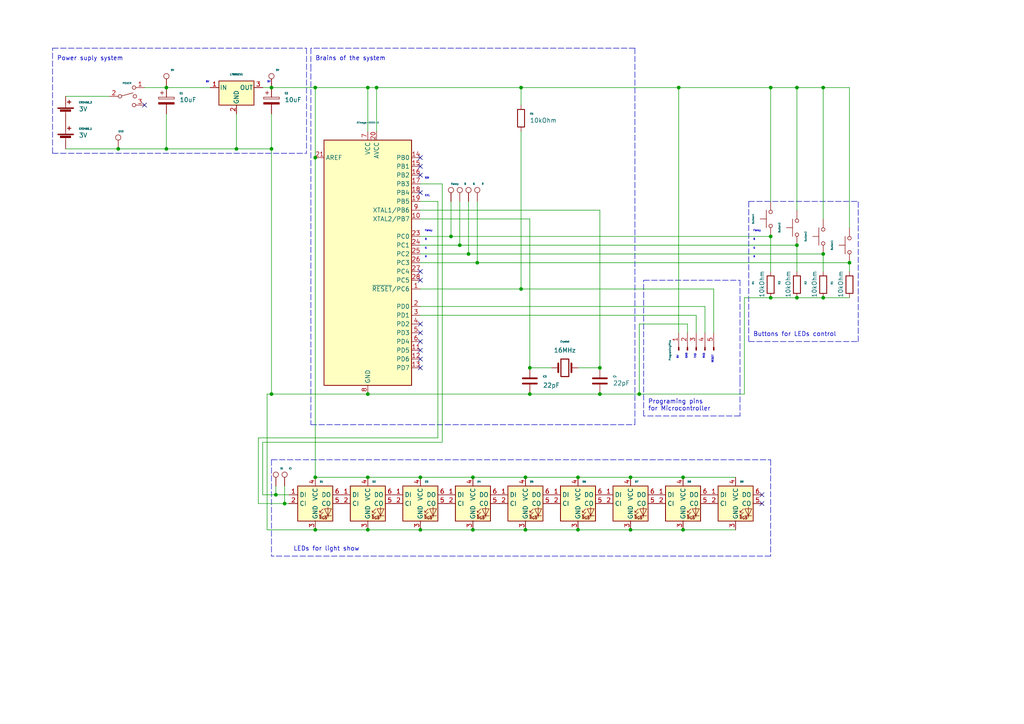
<source format=kicad_sch>
(kicad_sch (version 20211123) (generator eeschema)

  (uuid 27aef41a-57b0-4a71-bbc2-67a83df6e016)

  (paper "A4")

  (lib_symbols
    (symbol "Connector:Conn_01x05_Male" (pin_names (offset 1.016) hide) (in_bom yes) (on_board yes)
      (property "Reference" "J" (id 0) (at 0 7.62 0)
        (effects (font (size 1.27 1.27)))
      )
      (property "Value" "Conn_01x05_Male" (id 1) (at 0 -7.62 0)
        (effects (font (size 1.27 1.27)))
      )
      (property "Footprint" "" (id 2) (at 0 0 0)
        (effects (font (size 1.27 1.27)) hide)
      )
      (property "Datasheet" "~" (id 3) (at 0 0 0)
        (effects (font (size 1.27 1.27)) hide)
      )
      (property "ki_keywords" "connector" (id 4) (at 0 0 0)
        (effects (font (size 1.27 1.27)) hide)
      )
      (property "ki_description" "Generic connector, single row, 01x05, script generated (kicad-library-utils/schlib/autogen/connector/)" (id 5) (at 0 0 0)
        (effects (font (size 1.27 1.27)) hide)
      )
      (property "ki_fp_filters" "Connector*:*_1x??_*" (id 6) (at 0 0 0)
        (effects (font (size 1.27 1.27)) hide)
      )
      (symbol "Conn_01x05_Male_1_1"
        (polyline
          (pts
            (xy 1.27 -5.08)
            (xy 0.8636 -5.08)
          )
          (stroke (width 0.1524) (type default) (color 0 0 0 0))
          (fill (type none))
        )
        (polyline
          (pts
            (xy 1.27 -2.54)
            (xy 0.8636 -2.54)
          )
          (stroke (width 0.1524) (type default) (color 0 0 0 0))
          (fill (type none))
        )
        (polyline
          (pts
            (xy 1.27 0)
            (xy 0.8636 0)
          )
          (stroke (width 0.1524) (type default) (color 0 0 0 0))
          (fill (type none))
        )
        (polyline
          (pts
            (xy 1.27 2.54)
            (xy 0.8636 2.54)
          )
          (stroke (width 0.1524) (type default) (color 0 0 0 0))
          (fill (type none))
        )
        (polyline
          (pts
            (xy 1.27 5.08)
            (xy 0.8636 5.08)
          )
          (stroke (width 0.1524) (type default) (color 0 0 0 0))
          (fill (type none))
        )
        (rectangle (start 0.8636 -4.953) (end 0 -5.207)
          (stroke (width 0.1524) (type default) (color 0 0 0 0))
          (fill (type outline))
        )
        (rectangle (start 0.8636 -2.413) (end 0 -2.667)
          (stroke (width 0.1524) (type default) (color 0 0 0 0))
          (fill (type outline))
        )
        (rectangle (start 0.8636 0.127) (end 0 -0.127)
          (stroke (width 0.1524) (type default) (color 0 0 0 0))
          (fill (type outline))
        )
        (rectangle (start 0.8636 2.667) (end 0 2.413)
          (stroke (width 0.1524) (type default) (color 0 0 0 0))
          (fill (type outline))
        )
        (rectangle (start 0.8636 5.207) (end 0 4.953)
          (stroke (width 0.1524) (type default) (color 0 0 0 0))
          (fill (type outline))
        )
        (pin passive line (at 5.08 5.08 180) (length 3.81)
          (name "Pin_1" (effects (font (size 1.27 1.27))))
          (number "1" (effects (font (size 1.27 1.27))))
        )
        (pin passive line (at 5.08 2.54 180) (length 3.81)
          (name "Pin_2" (effects (font (size 1.27 1.27))))
          (number "2" (effects (font (size 1.27 1.27))))
        )
        (pin passive line (at 5.08 0 180) (length 3.81)
          (name "Pin_3" (effects (font (size 1.27 1.27))))
          (number "3" (effects (font (size 1.27 1.27))))
        )
        (pin passive line (at 5.08 -2.54 180) (length 3.81)
          (name "Pin_4" (effects (font (size 1.27 1.27))))
          (number "4" (effects (font (size 1.27 1.27))))
        )
        (pin passive line (at 5.08 -5.08 180) (length 3.81)
          (name "Pin_5" (effects (font (size 1.27 1.27))))
          (number "5" (effects (font (size 1.27 1.27))))
        )
      )
    )
    (symbol "Connector:TestPoint" (pin_numbers hide) (pin_names (offset 0.762) hide) (in_bom yes) (on_board yes)
      (property "Reference" "TP" (id 0) (at 0 6.858 0)
        (effects (font (size 1.27 1.27)))
      )
      (property "Value" "TestPoint" (id 1) (at 0 5.08 0)
        (effects (font (size 1.27 1.27)))
      )
      (property "Footprint" "" (id 2) (at 5.08 0 0)
        (effects (font (size 1.27 1.27)) hide)
      )
      (property "Datasheet" "~" (id 3) (at 5.08 0 0)
        (effects (font (size 1.27 1.27)) hide)
      )
      (property "ki_keywords" "test point tp" (id 4) (at 0 0 0)
        (effects (font (size 1.27 1.27)) hide)
      )
      (property "ki_description" "test point" (id 5) (at 0 0 0)
        (effects (font (size 1.27 1.27)) hide)
      )
      (property "ki_fp_filters" "Pin* Test*" (id 6) (at 0 0 0)
        (effects (font (size 1.27 1.27)) hide)
      )
      (symbol "TestPoint_0_1"
        (circle (center 0 3.302) (radius 0.762)
          (stroke (width 0) (type default) (color 0 0 0 0))
          (fill (type none))
        )
      )
      (symbol "TestPoint_1_1"
        (pin passive line (at 0 0 90) (length 2.54)
          (name "1" (effects (font (size 1.27 1.27))))
          (number "1" (effects (font (size 1.27 1.27))))
        )
      )
    )
    (symbol "Device:Battery_Cell" (pin_numbers hide) (pin_names (offset 0) hide) (in_bom yes) (on_board yes)
      (property "Reference" "BT" (id 0) (at 2.54 2.54 0)
        (effects (font (size 1.27 1.27)) (justify left))
      )
      (property "Value" "Battery_Cell" (id 1) (at 2.54 0 0)
        (effects (font (size 1.27 1.27)) (justify left))
      )
      (property "Footprint" "" (id 2) (at 0 1.524 90)
        (effects (font (size 1.27 1.27)) hide)
      )
      (property "Datasheet" "~" (id 3) (at 0 1.524 90)
        (effects (font (size 1.27 1.27)) hide)
      )
      (property "ki_keywords" "battery cell" (id 4) (at 0 0 0)
        (effects (font (size 1.27 1.27)) hide)
      )
      (property "ki_description" "Single-cell battery" (id 5) (at 0 0 0)
        (effects (font (size 1.27 1.27)) hide)
      )
      (symbol "Battery_Cell_0_1"
        (rectangle (start -2.286 1.778) (end 2.286 1.524)
          (stroke (width 0) (type default) (color 0 0 0 0))
          (fill (type outline))
        )
        (rectangle (start -1.5748 1.1938) (end 1.4732 0.6858)
          (stroke (width 0) (type default) (color 0 0 0 0))
          (fill (type outline))
        )
        (polyline
          (pts
            (xy 0 0.762)
            (xy 0 0)
          )
          (stroke (width 0) (type default) (color 0 0 0 0))
          (fill (type none))
        )
        (polyline
          (pts
            (xy 0 1.778)
            (xy 0 2.54)
          )
          (stroke (width 0) (type default) (color 0 0 0 0))
          (fill (type none))
        )
        (polyline
          (pts
            (xy 0.508 3.429)
            (xy 1.524 3.429)
          )
          (stroke (width 0.254) (type default) (color 0 0 0 0))
          (fill (type none))
        )
        (polyline
          (pts
            (xy 1.016 3.937)
            (xy 1.016 2.921)
          )
          (stroke (width 0.254) (type default) (color 0 0 0 0))
          (fill (type none))
        )
      )
      (symbol "Battery_Cell_1_1"
        (pin passive line (at 0 5.08 270) (length 2.54)
          (name "+" (effects (font (size 1.27 1.27))))
          (number "1" (effects (font (size 1.27 1.27))))
        )
        (pin passive line (at 0 -2.54 90) (length 2.54)
          (name "-" (effects (font (size 1.27 1.27))))
          (number "2" (effects (font (size 1.27 1.27))))
        )
      )
    )
    (symbol "Device:C" (pin_numbers hide) (pin_names (offset 0.254)) (in_bom yes) (on_board yes)
      (property "Reference" "C" (id 0) (at 0.635 2.54 0)
        (effects (font (size 1.27 1.27)) (justify left))
      )
      (property "Value" "C" (id 1) (at 0.635 -2.54 0)
        (effects (font (size 1.27 1.27)) (justify left))
      )
      (property "Footprint" "" (id 2) (at 0.9652 -3.81 0)
        (effects (font (size 1.27 1.27)) hide)
      )
      (property "Datasheet" "~" (id 3) (at 0 0 0)
        (effects (font (size 1.27 1.27)) hide)
      )
      (property "ki_keywords" "cap capacitor" (id 4) (at 0 0 0)
        (effects (font (size 1.27 1.27)) hide)
      )
      (property "ki_description" "Unpolarized capacitor" (id 5) (at 0 0 0)
        (effects (font (size 1.27 1.27)) hide)
      )
      (property "ki_fp_filters" "C_*" (id 6) (at 0 0 0)
        (effects (font (size 1.27 1.27)) hide)
      )
      (symbol "C_0_1"
        (polyline
          (pts
            (xy -2.032 -0.762)
            (xy 2.032 -0.762)
          )
          (stroke (width 0.508) (type default) (color 0 0 0 0))
          (fill (type none))
        )
        (polyline
          (pts
            (xy -2.032 0.762)
            (xy 2.032 0.762)
          )
          (stroke (width 0.508) (type default) (color 0 0 0 0))
          (fill (type none))
        )
      )
      (symbol "C_1_1"
        (pin passive line (at 0 3.81 270) (length 2.794)
          (name "~" (effects (font (size 1.27 1.27))))
          (number "1" (effects (font (size 1.27 1.27))))
        )
        (pin passive line (at 0 -3.81 90) (length 2.794)
          (name "~" (effects (font (size 1.27 1.27))))
          (number "2" (effects (font (size 1.27 1.27))))
        )
      )
    )
    (symbol "Device:C_Polarized" (pin_numbers hide) (pin_names (offset 0.254)) (in_bom yes) (on_board yes)
      (property "Reference" "C" (id 0) (at 0.635 2.54 0)
        (effects (font (size 1.27 1.27)) (justify left))
      )
      (property "Value" "C_Polarized" (id 1) (at 0.635 -2.54 0)
        (effects (font (size 1.27 1.27)) (justify left))
      )
      (property "Footprint" "" (id 2) (at 0.9652 -3.81 0)
        (effects (font (size 1.27 1.27)) hide)
      )
      (property "Datasheet" "~" (id 3) (at 0 0 0)
        (effects (font (size 1.27 1.27)) hide)
      )
      (property "ki_keywords" "cap capacitor" (id 4) (at 0 0 0)
        (effects (font (size 1.27 1.27)) hide)
      )
      (property "ki_description" "Polarized capacitor" (id 5) (at 0 0 0)
        (effects (font (size 1.27 1.27)) hide)
      )
      (property "ki_fp_filters" "CP_*" (id 6) (at 0 0 0)
        (effects (font (size 1.27 1.27)) hide)
      )
      (symbol "C_Polarized_0_1"
        (rectangle (start -2.286 0.508) (end 2.286 1.016)
          (stroke (width 0) (type default) (color 0 0 0 0))
          (fill (type none))
        )
        (polyline
          (pts
            (xy -1.778 2.286)
            (xy -0.762 2.286)
          )
          (stroke (width 0) (type default) (color 0 0 0 0))
          (fill (type none))
        )
        (polyline
          (pts
            (xy -1.27 2.794)
            (xy -1.27 1.778)
          )
          (stroke (width 0) (type default) (color 0 0 0 0))
          (fill (type none))
        )
        (rectangle (start 2.286 -0.508) (end -2.286 -1.016)
          (stroke (width 0) (type default) (color 0 0 0 0))
          (fill (type outline))
        )
      )
      (symbol "C_Polarized_1_1"
        (pin passive line (at 0 3.81 270) (length 2.794)
          (name "~" (effects (font (size 1.27 1.27))))
          (number "1" (effects (font (size 1.27 1.27))))
        )
        (pin passive line (at 0 -3.81 90) (length 2.794)
          (name "~" (effects (font (size 1.27 1.27))))
          (number "2" (effects (font (size 1.27 1.27))))
        )
      )
    )
    (symbol "Device:Crystal" (pin_numbers hide) (pin_names (offset 1.016) hide) (in_bom yes) (on_board yes)
      (property "Reference" "Y" (id 0) (at 0 3.81 0)
        (effects (font (size 1.27 1.27)))
      )
      (property "Value" "Crystal" (id 1) (at 0 -3.81 0)
        (effects (font (size 1.27 1.27)))
      )
      (property "Footprint" "" (id 2) (at 0 0 0)
        (effects (font (size 1.27 1.27)) hide)
      )
      (property "Datasheet" "~" (id 3) (at 0 0 0)
        (effects (font (size 1.27 1.27)) hide)
      )
      (property "ki_keywords" "quartz ceramic resonator oscillator" (id 4) (at 0 0 0)
        (effects (font (size 1.27 1.27)) hide)
      )
      (property "ki_description" "Two pin crystal" (id 5) (at 0 0 0)
        (effects (font (size 1.27 1.27)) hide)
      )
      (property "ki_fp_filters" "Crystal*" (id 6) (at 0 0 0)
        (effects (font (size 1.27 1.27)) hide)
      )
      (symbol "Crystal_0_1"
        (rectangle (start -1.143 2.54) (end 1.143 -2.54)
          (stroke (width 0.3048) (type default) (color 0 0 0 0))
          (fill (type none))
        )
        (polyline
          (pts
            (xy -2.54 0)
            (xy -1.905 0)
          )
          (stroke (width 0) (type default) (color 0 0 0 0))
          (fill (type none))
        )
        (polyline
          (pts
            (xy -1.905 -1.27)
            (xy -1.905 1.27)
          )
          (stroke (width 0.508) (type default) (color 0 0 0 0))
          (fill (type none))
        )
        (polyline
          (pts
            (xy 1.905 -1.27)
            (xy 1.905 1.27)
          )
          (stroke (width 0.508) (type default) (color 0 0 0 0))
          (fill (type none))
        )
        (polyline
          (pts
            (xy 2.54 0)
            (xy 1.905 0)
          )
          (stroke (width 0) (type default) (color 0 0 0 0))
          (fill (type none))
        )
      )
      (symbol "Crystal_1_1"
        (pin passive line (at -3.81 0 0) (length 1.27)
          (name "1" (effects (font (size 1.27 1.27))))
          (number "1" (effects (font (size 1.27 1.27))))
        )
        (pin passive line (at 3.81 0 180) (length 1.27)
          (name "2" (effects (font (size 1.27 1.27))))
          (number "2" (effects (font (size 1.27 1.27))))
        )
      )
    )
    (symbol "Device:R" (pin_numbers hide) (pin_names (offset 0)) (in_bom yes) (on_board yes)
      (property "Reference" "R" (id 0) (at 2.032 0 90)
        (effects (font (size 1.27 1.27)))
      )
      (property "Value" "R" (id 1) (at 0 0 90)
        (effects (font (size 1.27 1.27)))
      )
      (property "Footprint" "" (id 2) (at -1.778 0 90)
        (effects (font (size 1.27 1.27)) hide)
      )
      (property "Datasheet" "~" (id 3) (at 0 0 0)
        (effects (font (size 1.27 1.27)) hide)
      )
      (property "ki_keywords" "R res resistor" (id 4) (at 0 0 0)
        (effects (font (size 1.27 1.27)) hide)
      )
      (property "ki_description" "Resistor" (id 5) (at 0 0 0)
        (effects (font (size 1.27 1.27)) hide)
      )
      (property "ki_fp_filters" "R_*" (id 6) (at 0 0 0)
        (effects (font (size 1.27 1.27)) hide)
      )
      (symbol "R_0_1"
        (rectangle (start -1.016 -2.54) (end 1.016 2.54)
          (stroke (width 0.254) (type default) (color 0 0 0 0))
          (fill (type none))
        )
      )
      (symbol "R_1_1"
        (pin passive line (at 0 3.81 270) (length 1.27)
          (name "~" (effects (font (size 1.27 1.27))))
          (number "1" (effects (font (size 1.27 1.27))))
        )
        (pin passive line (at 0 -3.81 90) (length 1.27)
          (name "~" (effects (font (size 1.27 1.27))))
          (number "2" (effects (font (size 1.27 1.27))))
        )
      )
    )
    (symbol "LED:APA102" (in_bom yes) (on_board yes)
      (property "Reference" "D" (id 0) (at 5.08 5.715 0)
        (effects (font (size 1.27 1.27)) (justify right bottom))
      )
      (property "Value" "APA102" (id 1) (at 1.27 -5.715 0)
        (effects (font (size 1.27 1.27)) (justify left top))
      )
      (property "Footprint" "LED_SMD:LED_RGB_5050-6" (id 2) (at 1.27 -7.62 0)
        (effects (font (size 1.27 1.27)) (justify left top) hide)
      )
      (property "Datasheet" "http://www.led-color.com/upload/201506/APA102%20LED.pdf" (id 3) (at 2.54 -9.525 0)
        (effects (font (size 1.27 1.27)) (justify left top) hide)
      )
      (property "ki_keywords" "RGB LED addressable 8bit pwm 5bit greyscale" (id 4) (at 0 0 0)
        (effects (font (size 1.27 1.27)) hide)
      )
      (property "ki_description" "RGB LED with integrated controller" (id 5) (at 0 0 0)
        (effects (font (size 1.27 1.27)) hide)
      )
      (property "ki_fp_filters" "LED*RGB*5050*" (id 6) (at 0 0 0)
        (effects (font (size 1.27 1.27)) hide)
      )
      (symbol "APA102_0_0"
        (text "RGB" (at 2.286 -4.191 0)
          (effects (font (size 0.762 0.762)))
        )
      )
      (symbol "APA102_0_1"
        (polyline
          (pts
            (xy 1.27 -3.556)
            (xy 1.778 -3.556)
          )
          (stroke (width 0) (type default) (color 0 0 0 0))
          (fill (type none))
        )
        (polyline
          (pts
            (xy 1.27 -2.54)
            (xy 1.778 -2.54)
          )
          (stroke (width 0) (type default) (color 0 0 0 0))
          (fill (type none))
        )
        (polyline
          (pts
            (xy 4.699 -3.556)
            (xy 2.667 -3.556)
          )
          (stroke (width 0) (type default) (color 0 0 0 0))
          (fill (type none))
        )
        (polyline
          (pts
            (xy 2.286 -2.54)
            (xy 1.27 -3.556)
            (xy 1.27 -3.048)
          )
          (stroke (width 0) (type default) (color 0 0 0 0))
          (fill (type none))
        )
        (polyline
          (pts
            (xy 2.286 -1.524)
            (xy 1.27 -2.54)
            (xy 1.27 -2.032)
          )
          (stroke (width 0) (type default) (color 0 0 0 0))
          (fill (type none))
        )
        (polyline
          (pts
            (xy 3.683 -1.016)
            (xy 3.683 -3.556)
            (xy 3.683 -4.064)
          )
          (stroke (width 0) (type default) (color 0 0 0 0))
          (fill (type none))
        )
        (polyline
          (pts
            (xy 4.699 -1.524)
            (xy 2.667 -1.524)
            (xy 3.683 -3.556)
            (xy 4.699 -1.524)
          )
          (stroke (width 0) (type default) (color 0 0 0 0))
          (fill (type none))
        )
        (rectangle (start 5.08 5.08) (end -5.08 -5.08)
          (stroke (width 0.254) (type default) (color 0 0 0 0))
          (fill (type background))
        )
      )
      (symbol "APA102_1_1"
        (pin input line (at -7.62 2.54 0) (length 2.54)
          (name "DI" (effects (font (size 1.27 1.27))))
          (number "1" (effects (font (size 1.27 1.27))))
        )
        (pin input line (at -7.62 0 0) (length 2.54)
          (name "CI" (effects (font (size 1.27 1.27))))
          (number "2" (effects (font (size 1.27 1.27))))
        )
        (pin power_in line (at 0 -7.62 90) (length 2.54)
          (name "GND" (effects (font (size 1.27 1.27))))
          (number "3" (effects (font (size 1.27 1.27))))
        )
        (pin power_in line (at 0 7.62 270) (length 2.54)
          (name "VCC" (effects (font (size 1.27 1.27))))
          (number "4" (effects (font (size 1.27 1.27))))
        )
        (pin output line (at 7.62 0 180) (length 2.54)
          (name "CO" (effects (font (size 1.27 1.27))))
          (number "5" (effects (font (size 1.27 1.27))))
        )
        (pin output line (at 7.62 2.54 180) (length 2.54)
          (name "DO" (effects (font (size 1.27 1.27))))
          (number "6" (effects (font (size 1.27 1.27))))
        )
      )
    )
    (symbol "MCU_Microchip_ATmega:ATmega168V-10P" (in_bom yes) (on_board yes)
      (property "Reference" "U" (id 0) (at -12.7 36.83 0)
        (effects (font (size 1.27 1.27)) (justify left bottom))
      )
      (property "Value" "ATmega168V-10P" (id 1) (at 2.54 -36.83 0)
        (effects (font (size 1.27 1.27)) (justify left top))
      )
      (property "Footprint" "Package_DIP:DIP-28_W7.62mm" (id 2) (at 0 0 0)
        (effects (font (size 1.27 1.27) italic) hide)
      )
      (property "Datasheet" "http://ww1.microchip.com/downloads/en/DeviceDoc/Atmel-2545-8-bit-AVR-Microcontroller-ATmega48-88-168_Datasheet.pdf" (id 3) (at 0 0 0)
        (effects (font (size 1.27 1.27)) hide)
      )
      (property "ki_keywords" "AVR 8bit Microcontroller MegaAVR" (id 4) (at 0 0 0)
        (effects (font (size 1.27 1.27)) hide)
      )
      (property "ki_description" "10MHz, 16kB Flash, 1kB SRAM, 512B EEPROM, DIP-28" (id 5) (at 0 0 0)
        (effects (font (size 1.27 1.27)) hide)
      )
      (property "ki_fp_filters" "DIP*W7.62mm*" (id 6) (at 0 0 0)
        (effects (font (size 1.27 1.27)) hide)
      )
      (symbol "ATmega168V-10P_0_1"
        (rectangle (start -12.7 -35.56) (end 12.7 35.56)
          (stroke (width 0.254) (type default) (color 0 0 0 0))
          (fill (type background))
        )
      )
      (symbol "ATmega168V-10P_1_1"
        (pin bidirectional line (at 15.24 -7.62 180) (length 2.54)
          (name "~{RESET}/PC6" (effects (font (size 1.27 1.27))))
          (number "1" (effects (font (size 1.27 1.27))))
        )
        (pin bidirectional line (at 15.24 12.7 180) (length 2.54)
          (name "XTAL2/PB7" (effects (font (size 1.27 1.27))))
          (number "10" (effects (font (size 1.27 1.27))))
        )
        (pin bidirectional line (at 15.24 -25.4 180) (length 2.54)
          (name "PD5" (effects (font (size 1.27 1.27))))
          (number "11" (effects (font (size 1.27 1.27))))
        )
        (pin bidirectional line (at 15.24 -27.94 180) (length 2.54)
          (name "PD6" (effects (font (size 1.27 1.27))))
          (number "12" (effects (font (size 1.27 1.27))))
        )
        (pin bidirectional line (at 15.24 -30.48 180) (length 2.54)
          (name "PD7" (effects (font (size 1.27 1.27))))
          (number "13" (effects (font (size 1.27 1.27))))
        )
        (pin bidirectional line (at 15.24 30.48 180) (length 2.54)
          (name "PB0" (effects (font (size 1.27 1.27))))
          (number "14" (effects (font (size 1.27 1.27))))
        )
        (pin bidirectional line (at 15.24 27.94 180) (length 2.54)
          (name "PB1" (effects (font (size 1.27 1.27))))
          (number "15" (effects (font (size 1.27 1.27))))
        )
        (pin bidirectional line (at 15.24 25.4 180) (length 2.54)
          (name "PB2" (effects (font (size 1.27 1.27))))
          (number "16" (effects (font (size 1.27 1.27))))
        )
        (pin bidirectional line (at 15.24 22.86 180) (length 2.54)
          (name "PB3" (effects (font (size 1.27 1.27))))
          (number "17" (effects (font (size 1.27 1.27))))
        )
        (pin bidirectional line (at 15.24 20.32 180) (length 2.54)
          (name "PB4" (effects (font (size 1.27 1.27))))
          (number "18" (effects (font (size 1.27 1.27))))
        )
        (pin bidirectional line (at 15.24 17.78 180) (length 2.54)
          (name "PB5" (effects (font (size 1.27 1.27))))
          (number "19" (effects (font (size 1.27 1.27))))
        )
        (pin bidirectional line (at 15.24 -12.7 180) (length 2.54)
          (name "PD0" (effects (font (size 1.27 1.27))))
          (number "2" (effects (font (size 1.27 1.27))))
        )
        (pin power_in line (at 2.54 38.1 270) (length 2.54)
          (name "AVCC" (effects (font (size 1.27 1.27))))
          (number "20" (effects (font (size 1.27 1.27))))
        )
        (pin passive line (at -15.24 30.48 0) (length 2.54)
          (name "AREF" (effects (font (size 1.27 1.27))))
          (number "21" (effects (font (size 1.27 1.27))))
        )
        (pin passive line (at 0 -38.1 90) (length 2.54) hide
          (name "GND" (effects (font (size 1.27 1.27))))
          (number "22" (effects (font (size 1.27 1.27))))
        )
        (pin bidirectional line (at 15.24 7.62 180) (length 2.54)
          (name "PC0" (effects (font (size 1.27 1.27))))
          (number "23" (effects (font (size 1.27 1.27))))
        )
        (pin bidirectional line (at 15.24 5.08 180) (length 2.54)
          (name "PC1" (effects (font (size 1.27 1.27))))
          (number "24" (effects (font (size 1.27 1.27))))
        )
        (pin bidirectional line (at 15.24 2.54 180) (length 2.54)
          (name "PC2" (effects (font (size 1.27 1.27))))
          (number "25" (effects (font (size 1.27 1.27))))
        )
        (pin bidirectional line (at 15.24 0 180) (length 2.54)
          (name "PC3" (effects (font (size 1.27 1.27))))
          (number "26" (effects (font (size 1.27 1.27))))
        )
        (pin bidirectional line (at 15.24 -2.54 180) (length 2.54)
          (name "PC4" (effects (font (size 1.27 1.27))))
          (number "27" (effects (font (size 1.27 1.27))))
        )
        (pin bidirectional line (at 15.24 -5.08 180) (length 2.54)
          (name "PC5" (effects (font (size 1.27 1.27))))
          (number "28" (effects (font (size 1.27 1.27))))
        )
        (pin bidirectional line (at 15.24 -15.24 180) (length 2.54)
          (name "PD1" (effects (font (size 1.27 1.27))))
          (number "3" (effects (font (size 1.27 1.27))))
        )
        (pin bidirectional line (at 15.24 -17.78 180) (length 2.54)
          (name "PD2" (effects (font (size 1.27 1.27))))
          (number "4" (effects (font (size 1.27 1.27))))
        )
        (pin bidirectional line (at 15.24 -20.32 180) (length 2.54)
          (name "PD3" (effects (font (size 1.27 1.27))))
          (number "5" (effects (font (size 1.27 1.27))))
        )
        (pin bidirectional line (at 15.24 -22.86 180) (length 2.54)
          (name "PD4" (effects (font (size 1.27 1.27))))
          (number "6" (effects (font (size 1.27 1.27))))
        )
        (pin power_in line (at 0 38.1 270) (length 2.54)
          (name "VCC" (effects (font (size 1.27 1.27))))
          (number "7" (effects (font (size 1.27 1.27))))
        )
        (pin power_in line (at 0 -38.1 90) (length 2.54)
          (name "GND" (effects (font (size 1.27 1.27))))
          (number "8" (effects (font (size 1.27 1.27))))
        )
        (pin bidirectional line (at 15.24 15.24 180) (length 2.54)
          (name "XTAL1/PB6" (effects (font (size 1.27 1.27))))
          (number "9" (effects (font (size 1.27 1.27))))
        )
      )
    )
    (symbol "Regulator_Linear:L7805" (pin_names (offset 0.254)) (in_bom yes) (on_board yes)
      (property "Reference" "U" (id 0) (at -3.81 3.175 0)
        (effects (font (size 1.27 1.27)))
      )
      (property "Value" "L7805" (id 1) (at 0 3.175 0)
        (effects (font (size 1.27 1.27)) (justify left))
      )
      (property "Footprint" "" (id 2) (at 0.635 -3.81 0)
        (effects (font (size 1.27 1.27) italic) (justify left) hide)
      )
      (property "Datasheet" "http://www.st.com/content/ccc/resource/technical/document/datasheet/41/4f/b3/b0/12/d4/47/88/CD00000444.pdf/files/CD00000444.pdf/jcr:content/translations/en.CD00000444.pdf" (id 3) (at 0 -1.27 0)
        (effects (font (size 1.27 1.27)) hide)
      )
      (property "ki_keywords" "Voltage Regulator 1.5A Positive" (id 4) (at 0 0 0)
        (effects (font (size 1.27 1.27)) hide)
      )
      (property "ki_description" "Positive 1.5A 35V Linear Regulator, Fixed Output 5V, TO-220/TO-263/TO-252" (id 5) (at 0 0 0)
        (effects (font (size 1.27 1.27)) hide)
      )
      (property "ki_fp_filters" "TO?252* TO?263* TO?220*" (id 6) (at 0 0 0)
        (effects (font (size 1.27 1.27)) hide)
      )
      (symbol "L7805_0_1"
        (rectangle (start -5.08 1.905) (end 5.08 -5.08)
          (stroke (width 0.254) (type default) (color 0 0 0 0))
          (fill (type background))
        )
      )
      (symbol "L7805_1_1"
        (pin power_in line (at -7.62 0 0) (length 2.54)
          (name "IN" (effects (font (size 1.27 1.27))))
          (number "1" (effects (font (size 1.27 1.27))))
        )
        (pin power_in line (at 0 -7.62 90) (length 2.54)
          (name "GND" (effects (font (size 1.27 1.27))))
          (number "2" (effects (font (size 1.27 1.27))))
        )
        (pin power_out line (at 7.62 0 180) (length 2.54)
          (name "OUT" (effects (font (size 1.27 1.27))))
          (number "3" (effects (font (size 1.27 1.27))))
        )
      )
    )
    (symbol "Switch:SW_Push" (pin_numbers hide) (pin_names (offset 1.016) hide) (in_bom yes) (on_board yes)
      (property "Reference" "SW" (id 0) (at 1.27 2.54 0)
        (effects (font (size 1.27 1.27)) (justify left))
      )
      (property "Value" "SW_Push" (id 1) (at 0 -1.524 0)
        (effects (font (size 1.27 1.27)))
      )
      (property "Footprint" "" (id 2) (at 0 5.08 0)
        (effects (font (size 1.27 1.27)) hide)
      )
      (property "Datasheet" "~" (id 3) (at 0 5.08 0)
        (effects (font (size 1.27 1.27)) hide)
      )
      (property "ki_keywords" "switch normally-open pushbutton push-button" (id 4) (at 0 0 0)
        (effects (font (size 1.27 1.27)) hide)
      )
      (property "ki_description" "Push button switch, generic, two pins" (id 5) (at 0 0 0)
        (effects (font (size 1.27 1.27)) hide)
      )
      (symbol "SW_Push_0_1"
        (circle (center -2.032 0) (radius 0.508)
          (stroke (width 0) (type default) (color 0 0 0 0))
          (fill (type none))
        )
        (polyline
          (pts
            (xy 0 1.27)
            (xy 0 3.048)
          )
          (stroke (width 0) (type default) (color 0 0 0 0))
          (fill (type none))
        )
        (polyline
          (pts
            (xy 2.54 1.27)
            (xy -2.54 1.27)
          )
          (stroke (width 0) (type default) (color 0 0 0 0))
          (fill (type none))
        )
        (circle (center 2.032 0) (radius 0.508)
          (stroke (width 0) (type default) (color 0 0 0 0))
          (fill (type none))
        )
        (pin passive line (at -5.08 0 0) (length 2.54)
          (name "1" (effects (font (size 1.27 1.27))))
          (number "1" (effects (font (size 1.27 1.27))))
        )
        (pin passive line (at 5.08 0 180) (length 2.54)
          (name "2" (effects (font (size 1.27 1.27))))
          (number "2" (effects (font (size 1.27 1.27))))
        )
      )
    )
    (symbol "Switch:SW_SPDT_MSM" (pin_names (offset 0) hide) (in_bom yes) (on_board yes)
      (property "Reference" "SW" (id 0) (at 0 5.08 0)
        (effects (font (size 1.27 1.27)))
      )
      (property "Value" "SW_SPDT_MSM" (id 1) (at 0 -5.08 0)
        (effects (font (size 1.27 1.27)))
      )
      (property "Footprint" "" (id 2) (at 0 0 0)
        (effects (font (size 1.27 1.27)) hide)
      )
      (property "Datasheet" "~" (id 3) (at 0 0 0)
        (effects (font (size 1.27 1.27)) hide)
      )
      (property "ki_keywords" "switch spdt single-pole double-throw ON-OFF-ON" (id 4) (at 0 0 0)
        (effects (font (size 1.27 1.27)) hide)
      )
      (property "ki_description" "Switch, single pole double throw, center OFF position" (id 5) (at 0 0 0)
        (effects (font (size 1.27 1.27)) hide)
      )
      (symbol "SW_SPDT_MSM_0_0"
        (circle (center -2.032 0) (radius 0.508)
          (stroke (width 0) (type default) (color 0 0 0 0))
          (fill (type none))
        )
        (polyline
          (pts
            (xy -1.524 0.127)
            (xy 1.778 1.016)
          )
          (stroke (width 0) (type default) (color 0 0 0 0))
          (fill (type none))
        )
        (circle (center 2.032 -2.54) (radius 0.508)
          (stroke (width 0) (type default) (color 0 0 0 0))
          (fill (type none))
        )
      )
      (symbol "SW_SPDT_MSM_0_1"
        (circle (center 2.032 2.54) (radius 0.508)
          (stroke (width 0) (type default) (color 0 0 0 0))
          (fill (type none))
        )
        (circle (center 2.286 0) (radius 0.508)
          (stroke (width 0) (type default) (color 0 0 0 0))
          (fill (type none))
        )
      )
      (symbol "SW_SPDT_MSM_1_1"
        (pin passive line (at 5.08 2.54 180) (length 2.54)
          (name "1" (effects (font (size 1.27 1.27))))
          (number "1" (effects (font (size 1.27 1.27))))
        )
        (pin passive line (at -5.08 0 0) (length 2.54)
          (name "2" (effects (font (size 1.27 1.27))))
          (number "2" (effects (font (size 1.27 1.27))))
        )
        (pin passive line (at 5.08 -2.54 180) (length 2.54)
          (name "3" (effects (font (size 1.27 1.27))))
          (number "3" (effects (font (size 1.27 1.27))))
        )
      )
    )
  )

  (junction (at 153.67 114.3) (diameter 0) (color 0 0 0 0)
    (uuid 02a1918e-9afd-4654-a921-0ddb5b739c3d)
  )
  (junction (at 152.4 153.67) (diameter 0) (color 0 0 0 0)
    (uuid 06c8954a-8158-4759-9ae1-ea56b16f6e28)
  )
  (junction (at 48.26 43.18) (diameter 0) (color 0 0 0 0)
    (uuid 07c848cd-4603-4b1d-abd6-079779384bb8)
  )
  (junction (at 238.76 86.36) (diameter 0) (color 0 0 0 0)
    (uuid 103ba213-166c-4b97-935a-3667df614060)
  )
  (junction (at 48.26 25.4) (diameter 0) (color 0 0 0 0)
    (uuid 10af4883-8c58-4157-aa53-758f1760e2b6)
  )
  (junction (at 106.68 114.3) (diameter 0) (color 0 0 0 0)
    (uuid 13e5d96c-b28e-4e01-8da2-42fefe5602b3)
  )
  (junction (at 137.16 153.67) (diameter 0) (color 0 0 0 0)
    (uuid 17d7f2a8-3418-4319-8f77-0bd83f0e80b7)
  )
  (junction (at 121.92 153.67) (diameter 0) (color 0 0 0 0)
    (uuid 17e9e92e-02d1-4360-90fd-3c67a74b7a5c)
  )
  (junction (at 173.99 106.68) (diameter 0) (color 0 0 0 0)
    (uuid 17fb829c-711c-44ec-b9bf-b23c6610c189)
  )
  (junction (at 121.92 138.43) (diameter 0) (color 0 0 0 0)
    (uuid 18dcdadb-a12f-433b-8a39-ede53401a9a7)
  )
  (junction (at 109.22 25.4) (diameter 0) (color 0 0 0 0)
    (uuid 1f355080-d5cb-40f1-8130-4b5392101a1c)
  )
  (junction (at 182.88 138.43) (diameter 0) (color 0 0 0 0)
    (uuid 1fe442fc-3487-4486-9b07-e8cb91c8594f)
  )
  (junction (at 106.68 153.67) (diameter 0) (color 0 0 0 0)
    (uuid 21be3e8a-f38b-4f42-8954-5d50b878a7a6)
  )
  (junction (at 173.99 114.3) (diameter 0) (color 0 0 0 0)
    (uuid 23a36442-1f96-463f-8a20-d5b2dbcbcbb2)
  )
  (junction (at 182.88 153.67) (diameter 0) (color 0 0 0 0)
    (uuid 24c9fd16-8ad4-4a82-98cd-8b3ce737a788)
  )
  (junction (at 135.89 73.66) (diameter 0) (color 0 0 0 0)
    (uuid 25e3d9d4-b35a-44d8-ae5c-4bf1f263e34f)
  )
  (junction (at 106.68 25.4) (diameter 0) (color 0 0 0 0)
    (uuid 2731081a-eee4-49e9-a9c5-72fc1515de23)
  )
  (junction (at 133.35 71.12) (diameter 0) (color 0 0 0 0)
    (uuid 2ae4f5fb-9966-4b41-9eb1-d737001155d5)
  )
  (junction (at 167.64 153.67) (diameter 0) (color 0 0 0 0)
    (uuid 2ba5e032-18e2-4356-a0d6-fc31feb906e4)
  )
  (junction (at 78.74 114.3) (diameter 0) (color 0 0 0 0)
    (uuid 3c0e74fd-2b64-44de-88ce-f3f0af231d3a)
  )
  (junction (at 91.44 153.67) (diameter 0) (color 0 0 0 0)
    (uuid 3c4021b6-d28c-47fd-a751-28425fd74cbf)
  )
  (junction (at 231.14 71.12) (diameter 0) (color 0 0 0 0)
    (uuid 47f3dc16-2ef5-4d3d-ab16-f022fd03678b)
  )
  (junction (at 198.12 138.43) (diameter 0) (color 0 0 0 0)
    (uuid 4facd9b7-7a2c-47ab-91f9-537ceffe8fa5)
  )
  (junction (at 238.76 73.66) (diameter 0) (color 0 0 0 0)
    (uuid 50e5caf0-95cd-414c-9921-d86ed130d9c7)
  )
  (junction (at 153.67 106.68) (diameter 0) (color 0 0 0 0)
    (uuid 6e6a22af-f9d1-46f8-81a3-def16cffee7b)
  )
  (junction (at 185.42 114.3) (diameter 0) (color 0 0 0 0)
    (uuid 6f4f5c19-5165-469a-b3ea-054e10072a34)
  )
  (junction (at 151.13 25.4) (diameter 0) (color 0 0 0 0)
    (uuid 750986ac-6f81-4dc1-8e26-cdca8d540315)
  )
  (junction (at 138.43 76.2) (diameter 0) (color 0 0 0 0)
    (uuid 84633453-7725-4c35-aee0-2867a98dfc2f)
  )
  (junction (at 91.44 25.4) (diameter 0) (color 0 0 0 0)
    (uuid 86cdd943-9493-4bc0-8f72-a12b8fcaefe0)
  )
  (junction (at 80.01 143.51) (diameter 0) (color 0 0 0 0)
    (uuid 88f0c222-e933-4920-b9c0-b8deb34ea812)
  )
  (junction (at 152.4 138.43) (diameter 0) (color 0 0 0 0)
    (uuid 8eede108-c8cc-4ffb-8813-b215b368b40e)
  )
  (junction (at 167.64 138.43) (diameter 0) (color 0 0 0 0)
    (uuid 94fb0288-8bcf-46fe-9db6-c73d4840db23)
  )
  (junction (at 223.52 68.58) (diameter 0) (color 0 0 0 0)
    (uuid 99c7ef72-468f-4a21-b573-66e38891ed9c)
  )
  (junction (at 34.29 43.18) (diameter 0) (color 0 0 0 0)
    (uuid 9e7a1050-b8ec-42e2-8b70-3c5e4221b3bd)
  )
  (junction (at 246.38 76.2) (diameter 0) (color 0 0 0 0)
    (uuid a32b803e-c2b9-4a04-82f0-a67113e46067)
  )
  (junction (at 196.85 25.4) (diameter 0) (color 0 0 0 0)
    (uuid a3e35a6f-41ac-457a-a774-28f330de3beb)
  )
  (junction (at 198.12 153.67) (diameter 0) (color 0 0 0 0)
    (uuid a8184d0c-a58d-447c-9e21-4c76b3741833)
  )
  (junction (at 78.74 43.18) (diameter 0) (color 0 0 0 0)
    (uuid a8333532-2028-44f1-80df-6878ba192f08)
  )
  (junction (at 82.55 146.05) (diameter 0) (color 0 0 0 0)
    (uuid b78b68fe-201d-469b-9a4b-519f8de1c640)
  )
  (junction (at 78.74 25.4) (diameter 0) (color 0 0 0 0)
    (uuid bba4f09d-5ff3-4fcc-86d6-798a2daa2da7)
  )
  (junction (at 91.44 45.72) (diameter 0) (color 0 0 0 0)
    (uuid c237fad2-6987-4522-8225-d2860a7b2985)
  )
  (junction (at 238.76 25.4) (diameter 0) (color 0 0 0 0)
    (uuid d182bea6-1d60-4fdc-ab99-f1779821f8eb)
  )
  (junction (at 130.81 68.58) (diameter 0) (color 0 0 0 0)
    (uuid d326d0e5-c2c7-403b-a9a6-57ba82ae1878)
  )
  (junction (at 223.52 25.4) (diameter 0) (color 0 0 0 0)
    (uuid d3cc36f2-51ba-4f81-8770-e1c9f0b31417)
  )
  (junction (at 223.52 86.36) (diameter 0) (color 0 0 0 0)
    (uuid e25f4a4c-3fa5-4563-b346-397ff908e82a)
  )
  (junction (at 151.13 83.82) (diameter 0) (color 0 0 0 0)
    (uuid e3298cb6-15d1-404d-9ee9-448f4de11f1d)
  )
  (junction (at 91.44 138.43) (diameter 0) (color 0 0 0 0)
    (uuid e918b869-391a-466e-a79c-44b168cd4cf0)
  )
  (junction (at 231.14 86.36) (diameter 0) (color 0 0 0 0)
    (uuid f234ec56-464e-4c08-8876-71af8847b908)
  )
  (junction (at 137.16 138.43) (diameter 0) (color 0 0 0 0)
    (uuid f85060f6-51da-4c61-b3ef-30cf83e24371)
  )
  (junction (at 68.58 43.18) (diameter 0) (color 0 0 0 0)
    (uuid f9747d11-228e-41d2-9480-66c52ba2976a)
  )
  (junction (at 231.14 25.4) (diameter 0) (color 0 0 0 0)
    (uuid fd66951a-7b4b-4744-b64f-8bc4be9c9792)
  )
  (junction (at 106.68 138.43) (diameter 0) (color 0 0 0 0)
    (uuid fe7727fd-fa85-4c18-98da-689043dca307)
  )

  (no_connect (at 220.98 146.05) (uuid 2c2e82d2-f16c-4715-8ad0-128209429cc0))
  (no_connect (at 220.98 143.51) (uuid 2c2e82d2-f16c-4715-8ad0-128209429cc1))
  (no_connect (at 121.92 48.26) (uuid 4776c367-ca17-47d9-b3ae-f90809b2879a))
  (no_connect (at 121.92 50.8) (uuid 4776c367-ca17-47d9-b3ae-f90809b2879b))
  (no_connect (at 121.92 55.88) (uuid 4776c367-ca17-47d9-b3ae-f90809b2879c))
  (no_connect (at 41.91 30.48) (uuid 811abd9c-18f7-4e0a-9fc7-67823a1f2fbd))
  (no_connect (at 121.92 45.72) (uuid d45fcd3e-c2fd-4ecb-88ad-d75be5058825))
  (no_connect (at 121.92 96.52) (uuid d45fcd3e-c2fd-4ecb-88ad-d75be5058826))
  (no_connect (at 121.92 99.06) (uuid d45fcd3e-c2fd-4ecb-88ad-d75be5058827))
  (no_connect (at 121.92 101.6) (uuid d45fcd3e-c2fd-4ecb-88ad-d75be5058828))
  (no_connect (at 121.92 104.14) (uuid d45fcd3e-c2fd-4ecb-88ad-d75be5058829))
  (no_connect (at 121.92 106.68) (uuid d45fcd3e-c2fd-4ecb-88ad-d75be505882a))
  (no_connect (at 121.92 93.98) (uuid d45fcd3e-c2fd-4ecb-88ad-d75be505882b))
  (no_connect (at 121.92 81.28) (uuid d45fcd3e-c2fd-4ecb-88ad-d75be505882c))
  (no_connect (at 121.92 78.74) (uuid d45fcd3e-c2fd-4ecb-88ad-d75be505882d))

  (wire (pts (xy 41.91 25.4) (xy 48.26 25.4))
    (stroke (width 0) (type default) (color 0 0 0 0))
    (uuid 063db629-0e47-4844-a431-b5cf4625752e)
  )
  (wire (pts (xy 151.13 25.4) (xy 196.85 25.4))
    (stroke (width 0) (type default) (color 0 0 0 0))
    (uuid 067e4ca0-20d6-40c3-9078-733906787465)
  )
  (wire (pts (xy 91.44 25.4) (xy 106.68 25.4))
    (stroke (width 0) (type default) (color 0 0 0 0))
    (uuid 09e7ea7a-5744-474e-8616-c2da2215cda3)
  )
  (wire (pts (xy 121.92 60.96) (xy 173.99 60.96))
    (stroke (width 0) (type default) (color 0 0 0 0))
    (uuid 0f7e63ed-cfc4-4f3d-8c36-54c0b1e563f1)
  )
  (wire (pts (xy 238.76 25.4) (xy 238.76 63.5))
    (stroke (width 0) (type default) (color 0 0 0 0))
    (uuid 13a69335-72cf-403d-aab5-3d7289a2864c)
  )
  (wire (pts (xy 153.67 63.5) (xy 153.67 106.68))
    (stroke (width 0) (type default) (color 0 0 0 0))
    (uuid 14758c8e-853c-46f4-b42d-abbf4018f0a6)
  )
  (wire (pts (xy 199.39 93.98) (xy 199.39 96.52))
    (stroke (width 0) (type default) (color 0 0 0 0))
    (uuid 14d1f84f-1a39-4fa4-b4e3-5dead8e92e13)
  )
  (polyline (pts (xy 90.17 19.05) (xy 90.17 123.19))
    (stroke (width 0) (type default) (color 0 0 0 0))
    (uuid 171ae935-b327-4e6e-bb8f-cb9ab1e13886)
  )
  (polyline (pts (xy 186.69 120.65) (xy 186.69 81.28))
    (stroke (width 0) (type default) (color 0 0 0 0))
    (uuid 1a603203-986a-4c63-a0f3-55c17ed52aa8)
  )

  (wire (pts (xy 121.92 71.12) (xy 133.35 71.12))
    (stroke (width 0) (type default) (color 0 0 0 0))
    (uuid 1aa3af73-794a-4b23-99c3-e25b2d61ef01)
  )
  (polyline (pts (xy 184.15 13.97) (xy 184.15 123.19))
    (stroke (width 0) (type default) (color 0 0 0 0))
    (uuid 1d700dbd-54a1-47da-bfa2-4bb21b9c381e)
  )

  (wire (pts (xy 151.13 83.82) (xy 151.13 38.1))
    (stroke (width 0) (type default) (color 0 0 0 0))
    (uuid 1e6c61ca-2c3a-4db8-8037-06755e35c0a9)
  )
  (wire (pts (xy 127 58.42) (xy 127 127))
    (stroke (width 0) (type default) (color 0 0 0 0))
    (uuid 201fb1e1-3bc7-4960-8135-bd656c7f7f25)
  )
  (wire (pts (xy 167.64 106.68) (xy 173.99 106.68))
    (stroke (width 0) (type default) (color 0 0 0 0))
    (uuid 246a432a-af7d-4042-abb1-6219e0394fdd)
  )
  (wire (pts (xy 48.26 33.02) (xy 48.26 43.18))
    (stroke (width 0) (type default) (color 0 0 0 0))
    (uuid 26e6954a-bdd7-43ec-8762-5f56e95ee24a)
  )
  (wire (pts (xy 152.4 153.67) (xy 167.64 153.67))
    (stroke (width 0) (type default) (color 0 0 0 0))
    (uuid 2835f0f4-d8a4-4dd8-a749-b2a10d334a7d)
  )
  (wire (pts (xy 204.47 96.52) (xy 204.47 88.9))
    (stroke (width 0) (type default) (color 0 0 0 0))
    (uuid 2de2ebd1-c0d0-418d-bd6b-1440604e72d4)
  )
  (wire (pts (xy 135.89 73.66) (xy 238.76 73.66))
    (stroke (width 0) (type default) (color 0 0 0 0))
    (uuid 2e36a915-4f11-4ca2-b8e3-41856370d620)
  )
  (wire (pts (xy 74.93 146.05) (xy 82.55 146.05))
    (stroke (width 0) (type default) (color 0 0 0 0))
    (uuid 322c123e-e90b-4e57-bc9e-2810f7be38c4)
  )
  (wire (pts (xy 109.22 25.4) (xy 151.13 25.4))
    (stroke (width 0) (type default) (color 0 0 0 0))
    (uuid 32bf01e9-b11e-46cc-b6e9-11e4b9e4a52c)
  )
  (wire (pts (xy 74.93 127) (xy 74.93 146.05))
    (stroke (width 0) (type default) (color 0 0 0 0))
    (uuid 366af30c-b908-4d18-bbea-5d22fd7b996f)
  )
  (wire (pts (xy 121.92 83.82) (xy 151.13 83.82))
    (stroke (width 0) (type default) (color 0 0 0 0))
    (uuid 3d3b5281-1d15-4c48-bc2b-3d60879dd9d7)
  )
  (wire (pts (xy 19.05 27.94) (xy 31.75 27.94))
    (stroke (width 0) (type default) (color 0 0 0 0))
    (uuid 41d72c4e-5216-4048-bef4-9d083a73fdf1)
  )
  (wire (pts (xy 76.2 143.51) (xy 80.01 143.51))
    (stroke (width 0) (type default) (color 0 0 0 0))
    (uuid 443f6c06-dc0f-4a31-8e59-7d36c13d70f9)
  )
  (wire (pts (xy 215.9 86.36) (xy 223.52 86.36))
    (stroke (width 0) (type default) (color 0 0 0 0))
    (uuid 449cfef9-19fd-4118-9930-c211108f7afb)
  )
  (wire (pts (xy 215.9 114.3) (xy 215.9 86.36))
    (stroke (width 0) (type default) (color 0 0 0 0))
    (uuid 4ae3910f-641c-406b-957c-640b56faedc0)
  )
  (wire (pts (xy 80.01 140.97) (xy 80.01 143.51))
    (stroke (width 0) (type default) (color 0 0 0 0))
    (uuid 4b25160e-728b-4b6e-9f1b-1acc3f4d6757)
  )
  (wire (pts (xy 121.92 88.9) (xy 204.47 88.9))
    (stroke (width 0) (type default) (color 0 0 0 0))
    (uuid 4c357334-cbac-4102-8779-b1f8b7672001)
  )
  (wire (pts (xy 121.92 58.42) (xy 127 58.42))
    (stroke (width 0) (type default) (color 0 0 0 0))
    (uuid 4f13399b-ff9b-47a4-a624-d06724269550)
  )
  (polyline (pts (xy 214.63 81.28) (xy 214.63 110.49))
    (stroke (width 0) (type default) (color 0 0 0 0))
    (uuid 502d02cc-257e-4c80-ba77-efceb05caffe)
  )

  (wire (pts (xy 121.92 138.43) (xy 137.16 138.43))
    (stroke (width 0) (type default) (color 0 0 0 0))
    (uuid 527c7579-46ed-4c7c-8a75-08acd6594359)
  )
  (wire (pts (xy 128.27 128.27) (xy 76.2 128.27))
    (stroke (width 0) (type default) (color 0 0 0 0))
    (uuid 56d3b999-2c0a-4cca-b3d8-e427edd898d3)
  )
  (wire (pts (xy 91.44 153.67) (xy 77.47 153.67))
    (stroke (width 0) (type default) (color 0 0 0 0))
    (uuid 59a788f7-3710-45e9-9b51-b8bf122d4372)
  )
  (wire (pts (xy 223.52 25.4) (xy 196.85 25.4))
    (stroke (width 0) (type default) (color 0 0 0 0))
    (uuid 5d985d64-837c-4e9f-be60-f0ceff9b92ed)
  )
  (wire (pts (xy 138.43 76.2) (xy 246.38 76.2))
    (stroke (width 0) (type default) (color 0 0 0 0))
    (uuid 5e6050e7-96c5-4ecf-abf3-07e364f5c1fa)
  )
  (wire (pts (xy 133.35 71.12) (xy 231.14 71.12))
    (stroke (width 0) (type default) (color 0 0 0 0))
    (uuid 6085895a-d098-484a-814e-95532dd58f3c)
  )
  (wire (pts (xy 152.4 138.43) (xy 167.64 138.43))
    (stroke (width 0) (type default) (color 0 0 0 0))
    (uuid 61b1b3e6-c9ad-4078-acc9-2d21513b5d8f)
  )
  (wire (pts (xy 223.52 58.42) (xy 223.52 25.4))
    (stroke (width 0) (type default) (color 0 0 0 0))
    (uuid 625f4096-b42a-4c99-9b3a-82b5a9503627)
  )
  (wire (pts (xy 201.93 91.44) (xy 121.92 91.44))
    (stroke (width 0) (type default) (color 0 0 0 0))
    (uuid 690c592e-b4b7-41b1-bcb1-d8ff11a481b9)
  )
  (wire (pts (xy 185.42 114.3) (xy 215.9 114.3))
    (stroke (width 0) (type default) (color 0 0 0 0))
    (uuid 69affafa-a356-4e50-bb89-8c8a0cd6c5eb)
  )
  (polyline (pts (xy 248.92 99.06) (xy 248.92 58.42))
    (stroke (width 0) (type default) (color 0 0 0 0))
    (uuid 6a927428-5514-413b-a587-19b7ed20c4d2)
  )

  (wire (pts (xy 78.74 33.02) (xy 78.74 43.18))
    (stroke (width 0) (type default) (color 0 0 0 0))
    (uuid 6aeec421-afc8-47e2-a1c3-df2fa2073ef2)
  )
  (wire (pts (xy 185.42 93.98) (xy 199.39 93.98))
    (stroke (width 0) (type default) (color 0 0 0 0))
    (uuid 6e5110e1-aff8-4846-80e4-2499a75ea696)
  )
  (polyline (pts (xy 217.17 99.06) (xy 248.92 99.06))
    (stroke (width 0) (type default) (color 0 0 0 0))
    (uuid 7169a82e-3ccc-4c19-8091-5b0c0a5ed7c2)
  )

  (wire (pts (xy 128.27 53.34) (xy 128.27 128.27))
    (stroke (width 0) (type default) (color 0 0 0 0))
    (uuid 72110b35-cd9b-44d8-9cbb-f58e476f4c6e)
  )
  (wire (pts (xy 198.12 153.67) (xy 213.36 153.67))
    (stroke (width 0) (type default) (color 0 0 0 0))
    (uuid 7217fdee-0ea6-4d5b-8b48-af1ba9995ecf)
  )
  (polyline (pts (xy 78.74 133.35) (xy 223.52 133.35))
    (stroke (width 0) (type default) (color 0 0 0 0))
    (uuid 7a2bf4a8-2a77-4740-b0fa-4da7f6dd736c)
  )

  (wire (pts (xy 76.2 128.27) (xy 76.2 143.51))
    (stroke (width 0) (type default) (color 0 0 0 0))
    (uuid 7b563d17-8fa5-44be-931a-36ded1a26e1e)
  )
  (wire (pts (xy 185.42 114.3) (xy 173.99 114.3))
    (stroke (width 0) (type default) (color 0 0 0 0))
    (uuid 7b7092ef-5a16-4ffe-94d4-777ac2668d91)
  )
  (wire (pts (xy 68.58 33.02) (xy 68.58 43.18))
    (stroke (width 0) (type default) (color 0 0 0 0))
    (uuid 7bfb1d7b-c943-463f-a4cf-0cf60b0ff110)
  )
  (wire (pts (xy 137.16 153.67) (xy 121.92 153.67))
    (stroke (width 0) (type default) (color 0 0 0 0))
    (uuid 7d54a4ac-b541-48c8-8202-9950bb9e22ca)
  )
  (wire (pts (xy 106.68 25.4) (xy 109.22 25.4))
    (stroke (width 0) (type default) (color 0 0 0 0))
    (uuid 7df748a2-bd20-4f6a-ada8-ac1f9216323c)
  )
  (wire (pts (xy 130.81 58.42) (xy 130.81 68.58))
    (stroke (width 0) (type default) (color 0 0 0 0))
    (uuid 80921361-73bc-4c0c-8e17-dab26a0e230a)
  )
  (polyline (pts (xy 186.69 81.28) (xy 214.63 81.28))
    (stroke (width 0) (type default) (color 0 0 0 0))
    (uuid 872a8d42-d778-4bdf-a047-42a44706348d)
  )

  (wire (pts (xy 19.05 43.18) (xy 34.29 43.18))
    (stroke (width 0) (type default) (color 0 0 0 0))
    (uuid 88c084db-0503-4a27-94ba-50b3ad26ac6f)
  )
  (wire (pts (xy 182.88 138.43) (xy 198.12 138.43))
    (stroke (width 0) (type default) (color 0 0 0 0))
    (uuid 88c7a613-6115-4df2-bf36-6321e48db657)
  )
  (wire (pts (xy 223.52 68.58) (xy 223.52 78.74))
    (stroke (width 0) (type default) (color 0 0 0 0))
    (uuid 898312bd-694a-4750-9124-c80dcdd49965)
  )
  (wire (pts (xy 223.52 86.36) (xy 231.14 86.36))
    (stroke (width 0) (type default) (color 0 0 0 0))
    (uuid 8b1a5168-ae56-4419-a273-4b15fbd985df)
  )
  (polyline (pts (xy 90.17 123.19) (xy 184.15 123.19))
    (stroke (width 0) (type default) (color 0 0 0 0))
    (uuid 8b6346d9-f026-40c8-8b5d-d3868a0e94d3)
  )

  (wire (pts (xy 151.13 25.4) (xy 151.13 30.48))
    (stroke (width 0) (type default) (color 0 0 0 0))
    (uuid 8dbfc750-c3e7-4220-aed4-0e186d709895)
  )
  (wire (pts (xy 238.76 86.36) (xy 246.38 86.36))
    (stroke (width 0) (type default) (color 0 0 0 0))
    (uuid 8f797536-7720-4f81-9b1a-fb806645710a)
  )
  (polyline (pts (xy 214.63 110.49) (xy 214.63 120.65))
    (stroke (width 0) (type default) (color 0 0 0 0))
    (uuid 96b631c0-c87a-4e37-b87e-8897034a8dea)
  )
  (polyline (pts (xy 223.52 161.29) (xy 78.74 161.29))
    (stroke (width 0) (type default) (color 0 0 0 0))
    (uuid 96d752cc-202f-4977-9641-625cf681de57)
  )

  (wire (pts (xy 76.2 25.4) (xy 78.74 25.4))
    (stroke (width 0) (type default) (color 0 0 0 0))
    (uuid 96d7f46b-b919-4de7-a56a-16fa1c24d947)
  )
  (wire (pts (xy 127 127) (xy 74.93 127))
    (stroke (width 0) (type default) (color 0 0 0 0))
    (uuid 97042189-2e0a-4574-bde7-980ab66b6027)
  )
  (polyline (pts (xy 217.17 58.42) (xy 217.17 99.06))
    (stroke (width 0) (type default) (color 0 0 0 0))
    (uuid 9763f006-e893-47af-b97a-53136d613dde)
  )

  (wire (pts (xy 78.74 25.4) (xy 91.44 25.4))
    (stroke (width 0) (type default) (color 0 0 0 0))
    (uuid 97724c88-2acc-469f-b51c-a67808deeafa)
  )
  (wire (pts (xy 106.68 114.3) (xy 78.74 114.3))
    (stroke (width 0) (type default) (color 0 0 0 0))
    (uuid 97b24a12-e08a-4b9d-90b3-e30ce7e07a13)
  )
  (polyline (pts (xy 88.9 13.97) (xy 88.9 44.45))
    (stroke (width 0) (type default) (color 0 0 0 0))
    (uuid 97cabcac-be3d-4489-b9cc-ee0bbb8d30cd)
  )

  (wire (pts (xy 121.92 76.2) (xy 138.43 76.2))
    (stroke (width 0) (type default) (color 0 0 0 0))
    (uuid 98214528-4bb3-4aab-9fcd-e5e2683b5715)
  )
  (wire (pts (xy 121.92 153.67) (xy 106.68 153.67))
    (stroke (width 0) (type default) (color 0 0 0 0))
    (uuid 985b7c75-c49d-4d3e-b985-bc7d91ed9f26)
  )
  (wire (pts (xy 109.22 38.1) (xy 109.22 25.4))
    (stroke (width 0) (type default) (color 0 0 0 0))
    (uuid 9cef607f-e9e0-4f1e-99ee-035f54983fbd)
  )
  (wire (pts (xy 173.99 60.96) (xy 173.99 106.68))
    (stroke (width 0) (type default) (color 0 0 0 0))
    (uuid 9e1c81d6-9eb5-458d-a556-ed805d7487dc)
  )
  (wire (pts (xy 91.44 138.43) (xy 106.68 138.43))
    (stroke (width 0) (type default) (color 0 0 0 0))
    (uuid a1c158b0-1f4b-4f2a-a495-53fb25eaf549)
  )
  (wire (pts (xy 91.44 45.72) (xy 91.44 138.43))
    (stroke (width 0) (type default) (color 0 0 0 0))
    (uuid a22b0e18-e951-4081-82d0-4a9d93366ab2)
  )
  (wire (pts (xy 152.4 153.67) (xy 137.16 153.67))
    (stroke (width 0) (type default) (color 0 0 0 0))
    (uuid a72242c6-d84b-425b-8fbf-9ee177fffba5)
  )
  (wire (pts (xy 133.35 58.42) (xy 133.35 71.12))
    (stroke (width 0) (type default) (color 0 0 0 0))
    (uuid a7db935b-8fe8-45b6-9c19-2e3cdc0c41ca)
  )
  (wire (pts (xy 34.29 43.18) (xy 48.26 43.18))
    (stroke (width 0) (type default) (color 0 0 0 0))
    (uuid a8a2d3ba-9763-42e9-9279-c83e324b4e8a)
  )
  (wire (pts (xy 121.92 53.34) (xy 128.27 53.34))
    (stroke (width 0) (type default) (color 0 0 0 0))
    (uuid a8a52592-839c-468e-9b9d-5c13f6debf38)
  )
  (wire (pts (xy 246.38 76.2) (xy 246.38 78.74))
    (stroke (width 0) (type default) (color 0 0 0 0))
    (uuid ac4a405a-d3e5-48a6-af36-3e81424dbb99)
  )
  (polyline (pts (xy 15.24 13.97) (xy 88.9 13.97))
    (stroke (width 0) (type default) (color 0 0 0 0))
    (uuid acbbcbdd-9d64-4d29-91b4-8bc12444d1bb)
  )

  (wire (pts (xy 246.38 66.04) (xy 246.38 25.4))
    (stroke (width 0) (type default) (color 0 0 0 0))
    (uuid acfc76f1-122c-4488-b957-8b10d415f774)
  )
  (wire (pts (xy 82.55 140.97) (xy 82.55 146.05))
    (stroke (width 0) (type default) (color 0 0 0 0))
    (uuid ad24a85a-f77d-4948-8e16-77dc9d5092ab)
  )
  (polyline (pts (xy 214.63 120.65) (xy 186.69 120.65))
    (stroke (width 0) (type default) (color 0 0 0 0))
    (uuid af5dd91f-4326-4eb5-8dc2-664e418dba70)
  )
  (polyline (pts (xy 217.17 58.42) (xy 248.92 58.42))
    (stroke (width 0) (type default) (color 0 0 0 0))
    (uuid b025eb8c-e598-4bae-88a7-d8ff45d4531c)
  )

  (wire (pts (xy 138.43 58.42) (xy 138.43 76.2))
    (stroke (width 0) (type default) (color 0 0 0 0))
    (uuid b1bccc8d-00d6-4a25-a526-dc326f084b37)
  )
  (wire (pts (xy 121.92 73.66) (xy 135.89 73.66))
    (stroke (width 0) (type default) (color 0 0 0 0))
    (uuid b4456b74-8a49-4e3b-9fb8-297912d0f045)
  )
  (wire (pts (xy 137.16 138.43) (xy 152.4 138.43))
    (stroke (width 0) (type default) (color 0 0 0 0))
    (uuid b6330bf8-0f15-4cb7-b374-4fa682efd501)
  )
  (wire (pts (xy 130.81 68.58) (xy 223.52 68.58))
    (stroke (width 0) (type default) (color 0 0 0 0))
    (uuid b9452e8d-dddb-48c6-99ee-faf4c53894fa)
  )
  (wire (pts (xy 106.68 153.67) (xy 91.44 153.67))
    (stroke (width 0) (type default) (color 0 0 0 0))
    (uuid b9fb8f92-fa0a-4ea4-9c79-2aec6d5ef849)
  )
  (wire (pts (xy 153.67 114.3) (xy 173.99 114.3))
    (stroke (width 0) (type default) (color 0 0 0 0))
    (uuid bcca1e47-cd58-47a2-b5d7-0f2c56c77448)
  )
  (wire (pts (xy 201.93 91.44) (xy 201.93 96.52))
    (stroke (width 0) (type default) (color 0 0 0 0))
    (uuid c01e8763-3bba-47f8-8365-abca9311676b)
  )
  (wire (pts (xy 151.13 83.82) (xy 207.01 83.82))
    (stroke (width 0) (type default) (color 0 0 0 0))
    (uuid c29682ec-ec4c-4729-bfe9-437a3a74e643)
  )
  (wire (pts (xy 121.92 68.58) (xy 130.81 68.58))
    (stroke (width 0) (type default) (color 0 0 0 0))
    (uuid c2a1e445-35f1-4c89-899c-522a26660319)
  )
  (wire (pts (xy 68.58 43.18) (xy 78.74 43.18))
    (stroke (width 0) (type default) (color 0 0 0 0))
    (uuid c3c9c21a-d4bb-4568-b2b7-1c2b34c20662)
  )
  (wire (pts (xy 78.74 43.18) (xy 78.74 114.3))
    (stroke (width 0) (type default) (color 0 0 0 0))
    (uuid c3de8d5a-b145-4b67-b5eb-77dad2e6ad4b)
  )
  (wire (pts (xy 77.47 153.67) (xy 77.47 114.3))
    (stroke (width 0) (type default) (color 0 0 0 0))
    (uuid c5c9b8db-0105-48ef-bf58-00df488c8ae6)
  )
  (wire (pts (xy 231.14 25.4) (xy 223.52 25.4))
    (stroke (width 0) (type default) (color 0 0 0 0))
    (uuid c60d0332-2ddd-4bc7-9abb-a1b169026495)
  )
  (polyline (pts (xy 90.17 13.97) (xy 90.17 19.05))
    (stroke (width 0) (type default) (color 0 0 0 0))
    (uuid c7ba3f4c-fb9a-47dd-bc96-2548728f3837)
  )
  (polyline (pts (xy 184.15 13.97) (xy 90.17 13.97))
    (stroke (width 0) (type default) (color 0 0 0 0))
    (uuid c8e51da5-6756-4b53-b192-67cbf3e56983)
  )

  (wire (pts (xy 167.64 138.43) (xy 182.88 138.43))
    (stroke (width 0) (type default) (color 0 0 0 0))
    (uuid ca414f75-cc6f-4bbd-af48-48c628b90f00)
  )
  (wire (pts (xy 48.26 25.4) (xy 60.96 25.4))
    (stroke (width 0) (type default) (color 0 0 0 0))
    (uuid cb46b6f5-06b4-4977-b49b-0e6739ac0665)
  )
  (wire (pts (xy 182.88 153.67) (xy 198.12 153.67))
    (stroke (width 0) (type default) (color 0 0 0 0))
    (uuid cb94cd4e-6889-4c49-8a3b-acb9fe56929c)
  )
  (wire (pts (xy 185.42 93.98) (xy 185.42 114.3))
    (stroke (width 0) (type default) (color 0 0 0 0))
    (uuid d0188c57-3cef-44eb-b7bd-fc3e6a0a8490)
  )
  (wire (pts (xy 106.68 114.3) (xy 153.67 114.3))
    (stroke (width 0) (type default) (color 0 0 0 0))
    (uuid d0cca558-799e-40a6-8750-77f1fa47d7f5)
  )
  (wire (pts (xy 231.14 86.36) (xy 238.76 86.36))
    (stroke (width 0) (type default) (color 0 0 0 0))
    (uuid d1b3cc98-dd56-4c93-842b-4cd79fc256fb)
  )
  (wire (pts (xy 231.14 60.96) (xy 231.14 25.4))
    (stroke (width 0) (type default) (color 0 0 0 0))
    (uuid d58facce-250b-4957-9a8a-50fa0660afbe)
  )
  (wire (pts (xy 77.47 114.3) (xy 78.74 114.3))
    (stroke (width 0) (type default) (color 0 0 0 0))
    (uuid d601ab5a-bed7-49e5-96e6-7e10c589d361)
  )
  (wire (pts (xy 82.55 146.05) (xy 83.82 146.05))
    (stroke (width 0) (type default) (color 0 0 0 0))
    (uuid d69a6658-3b7b-4ec0-afef-1df493cf570b)
  )
  (polyline (pts (xy 78.74 133.35) (xy 78.74 161.29))
    (stroke (width 0) (type default) (color 0 0 0 0))
    (uuid d8f2688d-e807-4ce1-b239-716e1f3704df)
  )

  (wire (pts (xy 91.44 25.4) (xy 91.44 45.72))
    (stroke (width 0) (type default) (color 0 0 0 0))
    (uuid da4dcdcb-ec14-493c-ae26-6cb7406af2fb)
  )
  (wire (pts (xy 167.64 153.67) (xy 182.88 153.67))
    (stroke (width 0) (type default) (color 0 0 0 0))
    (uuid db729c36-48e3-4c72-a9bc-20fd19f992cd)
  )
  (wire (pts (xy 198.12 138.43) (xy 213.36 138.43))
    (stroke (width 0) (type default) (color 0 0 0 0))
    (uuid dca0a15e-7d85-4969-851b-d1590a034b54)
  )
  (wire (pts (xy 207.01 96.52) (xy 207.01 83.82))
    (stroke (width 0) (type default) (color 0 0 0 0))
    (uuid de598cca-a092-47a5-bad6-a4ac8192b02a)
  )
  (wire (pts (xy 106.68 138.43) (xy 121.92 138.43))
    (stroke (width 0) (type default) (color 0 0 0 0))
    (uuid e4445820-2d77-4122-85e8-839939ff604d)
  )
  (wire (pts (xy 153.67 106.68) (xy 160.02 106.68))
    (stroke (width 0) (type default) (color 0 0 0 0))
    (uuid e4eada14-930f-45e1-8699-96ea59df4e24)
  )
  (wire (pts (xy 80.01 143.51) (xy 83.82 143.51))
    (stroke (width 0) (type default) (color 0 0 0 0))
    (uuid e7c67231-58a5-4fc7-bd02-c20e81e69851)
  )
  (wire (pts (xy 106.68 38.1) (xy 106.68 25.4))
    (stroke (width 0) (type default) (color 0 0 0 0))
    (uuid e80859f3-bd7d-466c-9519-fbd2f88ad12c)
  )
  (wire (pts (xy 238.76 73.66) (xy 238.76 78.74))
    (stroke (width 0) (type default) (color 0 0 0 0))
    (uuid e9157c0c-cb0c-4054-846c-34dda6b7f878)
  )
  (wire (pts (xy 135.89 58.42) (xy 135.89 73.66))
    (stroke (width 0) (type default) (color 0 0 0 0))
    (uuid eb04921e-72b3-4fab-a2a8-9b905e85499e)
  )
  (polyline (pts (xy 15.24 44.45) (xy 88.9 44.45))
    (stroke (width 0) (type default) (color 0 0 0 0))
    (uuid ec48754c-ede8-42b0-bcdb-30a9b599037e)
  )

  (wire (pts (xy 121.92 63.5) (xy 153.67 63.5))
    (stroke (width 0) (type default) (color 0 0 0 0))
    (uuid ec604177-1990-40c0-aa2d-ebc8148094b4)
  )
  (wire (pts (xy 196.85 96.52) (xy 196.85 25.4))
    (stroke (width 0) (type default) (color 0 0 0 0))
    (uuid f08343f4-714b-459c-943f-4fc9f9f3f7b1)
  )
  (polyline (pts (xy 15.24 44.45) (xy 15.24 13.97))
    (stroke (width 0) (type default) (color 0 0 0 0))
    (uuid f0f7b877-045a-4210-8c52-622d40dcf81b)
  )

  (wire (pts (xy 231.14 25.4) (xy 238.76 25.4))
    (stroke (width 0) (type default) (color 0 0 0 0))
    (uuid f35bdc9a-831c-4157-9e17-9a9331d7cf9d)
  )
  (wire (pts (xy 246.38 25.4) (xy 238.76 25.4))
    (stroke (width 0) (type default) (color 0 0 0 0))
    (uuid f464a701-252b-4249-a4b2-2c789c7d059c)
  )
  (wire (pts (xy 68.58 43.18) (xy 48.26 43.18))
    (stroke (width 0) (type default) (color 0 0 0 0))
    (uuid f6dc4c38-bb90-46f9-8a48-1b86e907b762)
  )
  (polyline (pts (xy 223.52 133.35) (xy 223.52 161.29))
    (stroke (width 0) (type default) (color 0 0 0 0))
    (uuid f8d36211-aba7-4dfe-8c4e-427bf47eda4b)
  )

  (wire (pts (xy 231.14 71.12) (xy 231.14 78.74))
    (stroke (width 0) (type default) (color 0 0 0 0))
    (uuid fee0abd5-06d6-49bd-bfe5-c541ded870cb)
  )

  (text "SDI" (at 123.19 52.07 0)
    (effects (font (size 0.5 0.5)) (justify left bottom))
    (uuid 1aaf272f-1c81-4d6c-b93e-0666d7e77821)
  )
  (text "5V" (at 77.47 24.13 0)
    (effects (font (size 0.5 0.5)) (justify left bottom))
    (uuid 2bbb7e31-8263-4f8e-ae2c-8bcf159de057)
  )
  (text "RXD" (at 204.47 104.14 90)
    (effects (font (size 0.5 0.5)) (justify left bottom))
    (uuid 2c1e7716-f872-4569-8bb8-8c13c8f079a1)
  )
  (text "Fancy" (at 218.44 67.31 0)
    (effects (font (size 0.5 0.5)) (justify left bottom))
    (uuid 300b8c98-9d1d-4ec7-982c-f88ae778630c)
  )
  (text "LEDs for light show" (at 85.09 160.02 0)
    (effects (font (size 1.27 1.27)) (justify left bottom))
    (uuid 34828c48-3930-4c48-a03c-97824980cb0d)
  )
  (text "RESET" (at 207.01 105.41 90)
    (effects (font (size 0.5 0.5)) (justify left bottom))
    (uuid 4a8318e9-0360-410c-8862-0c27e53c27f6)
  )
  (text "GND" (at 199.39 104.14 90)
    (effects (font (size 0.5 0.5)) (justify left bottom))
    (uuid 4b19beeb-d004-4a8d-9175-708d6f81317b)
  )
  (text "B" (at 218.44 69.85 0)
    (effects (font (size 0.5 0.5)) (justify left bottom))
    (uuid 5bac6351-1d53-41fb-a6db-b31855b9004e)
  )
  (text "TXD" (at 201.93 104.14 90)
    (effects (font (size 0.5 0.5)) (justify left bottom))
    (uuid 7e5adb6c-7d16-48c2-9be3-5cf065c05033)
  )
  (text "6V" (at 59.69 24.13 0)
    (effects (font (size 0.5 0.5)) (justify left bottom))
    (uuid 83a711f3-2ce9-4ad0-885d-28d73c1ed511)
  )
  (text "R" (at 123.19 74.93 0)
    (effects (font (size 0.5 0.5)) (justify left bottom))
    (uuid 8919a639-783d-41e2-823e-38d72534f0fb)
  )
  (text "G" (at 123.19 72.39 0)
    (effects (font (size 0.5 0.5)) (justify left bottom))
    (uuid adb6bfa6-8742-4b09-8e33-56e0c4d90e75)
  )
  (text "Brains of the system" (at 91.44 17.78 0)
    (effects (font (size 1.27 1.27)) (justify left bottom))
    (uuid b2a28789-afba-4c20-9a9e-c9e971c48c43)
  )
  (text "CKL" (at 123.19 57.15 0)
    (effects (font (size 0.5 0.5)) (justify left bottom))
    (uuid b61b1b05-487a-4da8-b21c-3e574ad9c8af)
  )
  (text "Buttons for LEDs control" (at 218.44 97.79 0)
    (effects (font (size 1.27 1.27)) (justify left bottom))
    (uuid b8d51a77-9501-4474-be7e-7553d93aea37)
  )
  (text "Fancy" (at 123.19 67.31 0)
    (effects (font (size 0.5 0.5)) (justify left bottom))
    (uuid c64e3621-677d-471b-9c9a-c66489a4d8ea)
  )
  (text "B" (at 123.19 69.85 0)
    (effects (font (size 0.5 0.5)) (justify left bottom))
    (uuid ce41dd9a-b6cc-444e-9e44-714b8e1899e6)
  )
  (text "Programing pins\nfor Microcontroller" (at 187.96 119.38 0)
    (effects (font (size 1.27 1.27)) (justify left bottom))
    (uuid cfc8a3bb-359a-4f59-8248-b10426a00662)
  )
  (text "R" (at 218.44 74.93 0)
    (effects (font (size 0.5 0.5)) (justify left bottom))
    (uuid de37b5a2-234c-4151-8cef-5f9c399480ff)
  )
  (text "5V" (at 196.85 104.14 90)
    (effects (font (size 0.5 0.5)) (justify left bottom))
    (uuid e3ac51ae-9ce8-43e2-a960-4763d61d4392)
  )
  (text "Power suply system" (at 16.51 17.78 0)
    (effects (font (size 1.27 1.27)) (justify left bottom))
    (uuid e8639f58-ff38-4dca-b5ed-1a6e2dc73b99)
  )
  (text "G" (at 218.44 72.39 0)
    (effects (font (size 0.5 0.5)) (justify left bottom))
    (uuid faba685d-5133-4917-9d47-fb59a479ba68)
  )

  (symbol (lib_id "Connector:TestPoint") (at 48.26 25.4 0) (unit 1)
    (in_bom yes) (on_board yes)
    (uuid 0d17fad7-822d-4016-8fc1-43967b09d1fd)
    (property "Reference" "6V" (id 0) (at 49.53 20.32 0)
      (effects (font (size 0.5 0.5)) (justify left))
    )
    (property "Value" "TestPoint" (id 1) (at 50.8 23.3679 0)
      (effects (font (size 1.27 1.27)) (justify left) hide)
    )
    (property "Footprint" "TestPoint:TestPoint_THTPad_D1.0mm_Drill0.5mm" (id 2) (at 53.34 25.4 0)
      (effects (font (size 1.27 1.27)) hide)
    )
    (property "Datasheet" "~" (id 3) (at 53.34 25.4 0)
      (effects (font (size 1.27 1.27)) hide)
    )
    (pin "1" (uuid 1d64cf54-e052-4fec-9767-f8be7fe90074))
  )

  (symbol (lib_id "LED:APA102") (at 137.16 146.05 0) (unit 1)
    (in_bom yes) (on_board yes)
    (uuid 0fcac4c6-fcfa-4ac2-9ea7-ce2b31ea1550)
    (property "Reference" "D4" (id 0) (at 138.43 139.7 0)
      (effects (font (size 0.5 0.5)) (justify left))
    )
    (property "Value" "APA102" (id 1) (at 139.1794 138.43 0)
      (effects (font (size 1.27 1.27)) (justify left) hide)
    )
    (property "Footprint" "LED_SMD:LED_RGB_5050-6" (id 2) (at 138.43 153.67 0)
      (effects (font (size 1.27 1.27)) (justify left top) hide)
    )
    (property "Datasheet" "http://www.led-color.com/upload/201506/APA102%20LED.pdf" (id 3) (at 139.7 155.575 0)
      (effects (font (size 1.27 1.27)) (justify left top) hide)
    )
    (pin "1" (uuid d71d649c-1133-4c79-bc60-db39b7302dbf))
    (pin "2" (uuid 3bbcd059-dd29-486d-9ad2-b84acdeeae09))
    (pin "3" (uuid 1b45c5cd-f68e-407d-87a1-dfaf6274cc41))
    (pin "4" (uuid e0c94b8a-17fa-4002-85f0-ce14d94eca8b))
    (pin "5" (uuid 5561dfc7-95a5-4324-a2d4-a89312d4cf09))
    (pin "6" (uuid 07dc34bc-0ba5-4add-8d19-8c1740c3c125))
  )

  (symbol (lib_id "Switch:SW_Push") (at 231.14 66.04 90) (unit 1)
    (in_bom yes) (on_board yes)
    (uuid 1e3145be-8864-4551-a581-67493a259c39)
    (property "Reference" "Button3" (id 0) (at 226.06 66.04 0)
      (effects (font (size 0.5 0.5)))
    )
    (property "Value" "SW_Push" (id 1) (at 226.06 66.04 0)
      (effects (font (size 1.27 1.27)) hide)
    )
    (property "Footprint" "CustomMAKE:Button_2Pins" (id 2) (at 226.06 66.04 0)
      (effects (font (size 1.27 1.27)) hide)
    )
    (property "Datasheet" "~" (id 3) (at 226.06 66.04 0)
      (effects (font (size 1.27 1.27)) hide)
    )
    (pin "1" (uuid 1b61ff4b-5cc5-40a5-90b3-c5adf8339e04))
    (pin "2" (uuid a3062d98-d3b5-4bc8-8684-d5569fff1863))
  )

  (symbol (lib_id "MCU_Microchip_ATmega:ATmega168V-10P") (at 106.68 76.2 0) (unit 1)
    (in_bom yes) (on_board yes)
    (uuid 295d31d2-638b-46d3-9cef-671a259183d2)
    (property "Reference" "ATmega-XXXX-X" (id 0) (at 106.68 35.56 0)
      (effects (font (size 0.5 0.5)))
    )
    (property "Value" "ATmega168V-10P" (id 1) (at 106.68 29.21 0)
      (effects (font (size 1.27 1.27)) hide)
    )
    (property "Footprint" "Package_DIP:DIP-28_W7.62mm" (id 2) (at 106.68 76.2 0)
      (effects (font (size 1.27 1.27) italic) hide)
    )
    (property "Datasheet" "http://ww1.microchip.com/downloads/en/DeviceDoc/Atmel-2545-8-bit-AVR-Microcontroller-ATmega48-88-168_Datasheet.pdf" (id 3) (at 106.68 76.2 0)
      (effects (font (size 1.27 1.27)) hide)
    )
    (pin "1" (uuid 76065b77-2966-4da1-ba73-a63efc2711a1))
    (pin "10" (uuid 816a5c69-8251-41f9-b47f-237ec7356a43))
    (pin "11" (uuid 5f649f04-7801-4d7c-81e3-0cb2f1bf0dac))
    (pin "12" (uuid b961275e-73cb-4e1c-a0f0-b187c7c1a649))
    (pin "13" (uuid 6f73ddcb-4a91-4c65-a97d-3170e9b7b27e))
    (pin "14" (uuid b7ed5acd-952e-405f-9825-792f2d77fbaf))
    (pin "15" (uuid 5f6eb2a0-e3db-44c7-a11d-76a516742353))
    (pin "16" (uuid 8fbd2c16-3df7-44c3-9d10-47d41be68f5e))
    (pin "17" (uuid 610c4da5-bc95-4aaf-a4b8-01a7eb54a1a3))
    (pin "18" (uuid 0cc0b63d-37f2-4cc2-80ed-1b6d3b515472))
    (pin "19" (uuid cb948787-d6a8-4e41-9502-e0a3b240e7c8))
    (pin "2" (uuid 019ba461-9df2-49e0-ae4c-45cef7595bf6))
    (pin "20" (uuid 09b0395f-ab16-40ef-a91d-c38af7498fea))
    (pin "21" (uuid e9378ddb-5960-450c-9c73-dde5e85049f2))
    (pin "22" (uuid 401826e5-d334-4ebf-ae5d-9ace8b44aaf7))
    (pin "23" (uuid 2510109c-c6ce-495c-9a1d-b8885b0395a0))
    (pin "24" (uuid d40d4d1d-f65c-4ab7-ae0b-108f158c4251))
    (pin "25" (uuid 9f7012c0-7037-4bfd-b7f6-e3dbfb48fae9))
    (pin "26" (uuid 1a979d67-986e-45f3-a7f1-a02d60cc22bb))
    (pin "27" (uuid cc6cc201-6bfe-4025-942b-dd89dc4a424a))
    (pin "28" (uuid 84160f0a-642b-459b-8cf9-a3380d80688f))
    (pin "3" (uuid 078fb47a-bfc7-4850-8546-db926d7185a0))
    (pin "4" (uuid eb534103-be0e-4b45-84c7-9dc22315705c))
    (pin "5" (uuid fc22d9d8-82a0-4e7f-9eb7-1802592b58a8))
    (pin "6" (uuid 94ca6a95-41bc-4e44-a66d-bce6105724e0))
    (pin "7" (uuid 805cbb2e-84bd-4811-81f8-39e5e9c20b63))
    (pin "8" (uuid d33a0f1d-4293-4427-a459-8725be827ed7))
    (pin "9" (uuid b943e940-9b05-4a9e-8998-f98dd3849933))
  )

  (symbol (lib_id "Connector:TestPoint") (at 34.29 43.18 0) (unit 1)
    (in_bom yes) (on_board yes)
    (uuid 2ca5438d-5d06-44d7-90da-fa2c3a11bf8a)
    (property "Reference" "GND" (id 0) (at 34.29 38.1 0)
      (effects (font (size 0.5 0.5)) (justify left))
    )
    (property "Value" "TestPoint" (id 1) (at 36.83 41.1479 0)
      (effects (font (size 1.27 1.27)) (justify left) hide)
    )
    (property "Footprint" "TestPoint:TestPoint_THTPad_D1.0mm_Drill0.5mm" (id 2) (at 39.37 43.18 0)
      (effects (font (size 1.27 1.27)) hide)
    )
    (property "Datasheet" "~" (id 3) (at 39.37 43.18 0)
      (effects (font (size 1.27 1.27)) hide)
    )
    (pin "1" (uuid 90860909-7593-466c-953b-e81c09d4c305))
  )

  (symbol (lib_id "Connector:TestPoint") (at 130.81 58.42 0) (unit 1)
    (in_bom yes) (on_board yes)
    (uuid 2e7a348e-b32d-4e41-8fad-a0b7fe3edca1)
    (property "Reference" "Fancy" (id 0) (at 130.81 53.34 0)
      (effects (font (size 0.5 0.5)) (justify left))
    )
    (property "Value" "TestPoint" (id 1) (at 133.35 56.3879 0)
      (effects (font (size 1.27 1.27)) (justify left) hide)
    )
    (property "Footprint" "TestPoint:TestPoint_THTPad_D1.0mm_Drill0.5mm" (id 2) (at 135.89 58.42 0)
      (effects (font (size 1.27 1.27)) hide)
    )
    (property "Datasheet" "~" (id 3) (at 135.89 58.42 0)
      (effects (font (size 1.27 1.27)) hide)
    )
    (pin "1" (uuid d260bf97-3a64-40f3-85c9-15a04717dade))
  )

  (symbol (lib_id "Device:Battery_Cell") (at 19.05 40.64 0) (unit 1)
    (in_bom yes) (on_board yes) (fields_autoplaced)
    (uuid 39e22efe-cb7d-46f6-82d0-c3ea7075e474)
    (property "Reference" "CR2450_1" (id 0) (at 22.86 37.338 0)
      (effects (font (size 0.5 0.5)) (justify left))
    )
    (property "Value" "3V" (id 1) (at 22.86 39.2429 0)
      (effects (font (size 1.27 1.27)) (justify left))
    )
    (property "Footprint" "Battery:BatteryHolder_ComfortableElectronic_CH273-2450_1x2450" (id 2) (at 19.05 39.116 90)
      (effects (font (size 1.27 1.27)) hide)
    )
    (property "Datasheet" "~" (id 3) (at 19.05 39.116 90)
      (effects (font (size 1.27 1.27)) hide)
    )
    (pin "1" (uuid 26581e9b-2252-4cda-9523-bfb67dd1202f))
    (pin "2" (uuid bd909e17-20ea-49c4-8804-e8a1203c45e8))
  )

  (symbol (lib_id "Connector:TestPoint") (at 138.43 58.42 0) (unit 1)
    (in_bom yes) (on_board yes)
    (uuid 3c1ffd0d-7902-4b59-af12-d1b5c8802852)
    (property "Reference" "R" (id 0) (at 139.7 53.34 0)
      (effects (font (size 0.5 0.5)) (justify left))
    )
    (property "Value" "TestPoint" (id 1) (at 140.97 56.3879 0)
      (effects (font (size 1.27 1.27)) (justify left) hide)
    )
    (property "Footprint" "TestPoint:TestPoint_THTPad_D1.0mm_Drill0.5mm" (id 2) (at 143.51 58.42 0)
      (effects (font (size 1.27 1.27)) hide)
    )
    (property "Datasheet" "~" (id 3) (at 143.51 58.42 0)
      (effects (font (size 1.27 1.27)) hide)
    )
    (pin "1" (uuid c2548df4-ec4c-430c-acae-69618370d989))
  )

  (symbol (lib_id "Connector:TestPoint") (at 135.89 58.42 0) (unit 1)
    (in_bom yes) (on_board yes)
    (uuid 3e7703dc-7904-46d9-a217-3478ac154b5d)
    (property "Reference" "G" (id 0) (at 137.16 53.34 0)
      (effects (font (size 0.5 0.5)) (justify left))
    )
    (property "Value" "TestPoint" (id 1) (at 138.43 56.3879 0)
      (effects (font (size 1.27 1.27)) (justify left) hide)
    )
    (property "Footprint" "TestPoint:TestPoint_THTPad_D1.0mm_Drill0.5mm" (id 2) (at 140.97 58.42 0)
      (effects (font (size 1.27 1.27)) hide)
    )
    (property "Datasheet" "~" (id 3) (at 140.97 58.42 0)
      (effects (font (size 1.27 1.27)) hide)
    )
    (pin "1" (uuid cc494648-0644-40a1-85ab-51287f9dd51a))
  )

  (symbol (lib_id "LED:APA102") (at 167.64 146.05 0) (unit 1)
    (in_bom yes) (on_board yes)
    (uuid 50c05b5a-f357-4390-820e-239ec5605aeb)
    (property "Reference" "D6" (id 0) (at 168.91 139.7 0)
      (effects (font (size 0.5 0.5)) (justify left))
    )
    (property "Value" "APA102" (id 1) (at 169.6594 138.43 0)
      (effects (font (size 1.27 1.27)) (justify left) hide)
    )
    (property "Footprint" "LED_SMD:LED_RGB_5050-6" (id 2) (at 168.91 153.67 0)
      (effects (font (size 1.27 1.27)) (justify left top) hide)
    )
    (property "Datasheet" "http://www.led-color.com/upload/201506/APA102%20LED.pdf" (id 3) (at 170.18 155.575 0)
      (effects (font (size 1.27 1.27)) (justify left top) hide)
    )
    (pin "1" (uuid 11bcfe12-6801-464f-840b-dcc669b452ce))
    (pin "2" (uuid e64994f4-ad78-42b1-aaeb-845cbef39c96))
    (pin "3" (uuid 91f744a7-4090-4287-982d-fd4bf2ead5a2))
    (pin "4" (uuid 57d96cb7-097d-40d1-8274-4c2518033a31))
    (pin "5" (uuid 77a555f1-4926-40e5-b926-a80806dbcf33))
    (pin "6" (uuid b1f2f32b-a31d-47d9-8865-50df14c71814))
  )

  (symbol (lib_id "Switch:SW_Push") (at 246.38 71.12 90) (unit 1)
    (in_bom yes) (on_board yes)
    (uuid 5501f6d2-2044-478c-b700-96733fc80574)
    (property "Reference" "Button1" (id 0) (at 241.3 71.12 0)
      (effects (font (size 0.5 0.5)))
    )
    (property "Value" "SW_Push" (id 1) (at 241.3 71.12 0)
      (effects (font (size 1.27 1.27)) hide)
    )
    (property "Footprint" "CustomMAKE:Button_2Pins" (id 2) (at 241.3 71.12 0)
      (effects (font (size 1.27 1.27)) hide)
    )
    (property "Datasheet" "~" (id 3) (at 241.3 71.12 0)
      (effects (font (size 1.27 1.27)) hide)
    )
    (pin "1" (uuid 95dc6556-e9ab-4cdb-aef6-aeb1051b001e))
    (pin "2" (uuid f155d028-2e41-4785-abc2-9292e5e2d82f))
  )

  (symbol (lib_id "LED:APA102") (at 91.44 146.05 0) (unit 1)
    (in_bom yes) (on_board yes)
    (uuid 5e8aa384-0a31-4e84-9208-830aa4ed86e7)
    (property "Reference" "D1" (id 0) (at 92.71 139.7 0)
      (effects (font (size 0.5 0.5)) (justify left))
    )
    (property "Value" "APA102" (id 1) (at 93.4594 138.43 0)
      (effects (font (size 1.27 1.27)) (justify left) hide)
    )
    (property "Footprint" "LED_SMD:LED_RGB_5050-6" (id 2) (at 92.71 153.67 0)
      (effects (font (size 1.27 1.27)) (justify left top) hide)
    )
    (property "Datasheet" "http://www.led-color.com/upload/201506/APA102%20LED.pdf" (id 3) (at 93.98 155.575 0)
      (effects (font (size 1.27 1.27)) (justify left top) hide)
    )
    (pin "1" (uuid a3d1b35c-ad84-4310-aca0-ba714e8564e8))
    (pin "2" (uuid d68d7c3c-04c5-4dbe-8745-ba8da11f6da6))
    (pin "3" (uuid 6d33b8bf-c49b-4731-99d3-adcc1bf1f7b7))
    (pin "4" (uuid db15b5bf-f214-44bd-8f01-0a80de03076a))
    (pin "5" (uuid e23e511c-0e96-4d1e-b232-4fee5fadc741))
    (pin "6" (uuid 91b6d6ed-a730-4529-bda8-9e80792c2c7d))
  )

  (symbol (lib_id "Device:C") (at 173.99 110.49 0) (unit 1)
    (in_bom yes) (on_board yes) (fields_autoplaced)
    (uuid 615fdb22-9c0e-45a0-a1f0-50f70df1f5ad)
    (property "Reference" "C4" (id 0) (at 177.8 109.22 0)
      (effects (font (size 0.5 0.5)) (justify left))
    )
    (property "Value" "22pF" (id 1) (at 177.8 111.1249 0)
      (effects (font (size 1.27 1.27)) (justify left))
    )
    (property "Footprint" "Capacitor_THT:C_Disc_D4.3mm_W1.9mm_P5.00mm" (id 2) (at 174.9552 114.3 0)
      (effects (font (size 1.27 1.27)) hide)
    )
    (property "Datasheet" "~" (id 3) (at 173.99 110.49 0)
      (effects (font (size 1.27 1.27)) hide)
    )
    (pin "1" (uuid afbff838-f822-4c52-8a6c-eeaa4ae81445))
    (pin "2" (uuid 5debc7ef-3a94-4e97-b898-4d8ac82de21e))
  )

  (symbol (lib_id "Connector:TestPoint") (at 82.55 140.97 0) (unit 1)
    (in_bom yes) (on_board yes)
    (uuid 626d1080-c29d-4fa7-8bc2-4e39439f04a0)
    (property "Reference" "CI" (id 0) (at 83.82 135.89 0)
      (effects (font (size 0.5 0.5)) (justify left))
    )
    (property "Value" "TestPoint" (id 1) (at 85.09 138.9379 0)
      (effects (font (size 1.27 1.27)) (justify left) hide)
    )
    (property "Footprint" "TestPoint:TestPoint_THTPad_D1.0mm_Drill0.5mm" (id 2) (at 87.63 140.97 0)
      (effects (font (size 1.27 1.27)) hide)
    )
    (property "Datasheet" "~" (id 3) (at 87.63 140.97 0)
      (effects (font (size 1.27 1.27)) hide)
    )
    (pin "1" (uuid 32647e60-fa67-4fe6-b2aa-34e4122fab63))
  )

  (symbol (lib_id "Switch:SW_Push") (at 238.76 68.58 90) (unit 1)
    (in_bom yes) (on_board yes)
    (uuid 68195f3a-47e8-4655-aa5b-b506dc1e96e1)
    (property "Reference" "Button2" (id 0) (at 233.68 68.58 0)
      (effects (font (size 0.5 0.5)))
    )
    (property "Value" "SW_Push" (id 1) (at 233.68 68.58 0)
      (effects (font (size 1.27 1.27)) hide)
    )
    (property "Footprint" "CustomMAKE:Button_2Pins" (id 2) (at 233.68 68.58 0)
      (effects (font (size 1.27 1.27)) hide)
    )
    (property "Datasheet" "~" (id 3) (at 233.68 68.58 0)
      (effects (font (size 1.27 1.27)) hide)
    )
    (pin "1" (uuid 0841c8d9-2d86-480d-9de6-64201653dfac))
    (pin "2" (uuid ebc146dc-c60c-422e-95b7-a9cf73478d1b))
  )

  (symbol (lib_id "Connector:TestPoint") (at 133.35 58.42 0) (unit 1)
    (in_bom yes) (on_board yes)
    (uuid 6ad9e8c5-1f6b-458f-8863-1381fa590920)
    (property "Reference" "B" (id 0) (at 134.62 53.34 0)
      (effects (font (size 0.5 0.5)) (justify left))
    )
    (property "Value" "TestPoint" (id 1) (at 135.89 56.3879 0)
      (effects (font (size 1.27 1.27)) (justify left) hide)
    )
    (property "Footprint" "TestPoint:TestPoint_THTPad_D1.0mm_Drill0.5mm" (id 2) (at 138.43 58.42 0)
      (effects (font (size 1.27 1.27)) hide)
    )
    (property "Datasheet" "~" (id 3) (at 138.43 58.42 0)
      (effects (font (size 1.27 1.27)) hide)
    )
    (pin "1" (uuid a315e460-4883-4896-af87-a9362b19f23e))
  )

  (symbol (lib_id "LED:APA102") (at 182.88 146.05 0) (unit 1)
    (in_bom yes) (on_board yes)
    (uuid 6c27cd22-a1d3-488c-9649-2ebded6deef5)
    (property "Reference" "D7" (id 0) (at 184.15 139.7 0)
      (effects (font (size 0.5 0.5)) (justify left))
    )
    (property "Value" "APA102" (id 1) (at 184.8994 138.43 0)
      (effects (font (size 1.27 1.27)) (justify left) hide)
    )
    (property "Footprint" "LED_SMD:LED_RGB_5050-6" (id 2) (at 184.15 153.67 0)
      (effects (font (size 1.27 1.27)) (justify left top) hide)
    )
    (property "Datasheet" "http://www.led-color.com/upload/201506/APA102%20LED.pdf" (id 3) (at 185.42 155.575 0)
      (effects (font (size 1.27 1.27)) (justify left top) hide)
    )
    (pin "1" (uuid 151099fa-a38a-4d6d-a001-6484c2204da5))
    (pin "2" (uuid 7552e8bd-1d96-4fb9-896a-b491bba6adc7))
    (pin "3" (uuid efa168e0-a2cb-4bd2-9200-a898f773203e))
    (pin "4" (uuid 3cd08897-6ef6-46b2-83e8-1542ec872d0a))
    (pin "5" (uuid 2cab0cd7-453c-4a9c-8130-fb2e94ddc325))
    (pin "6" (uuid b6621875-3c0f-4960-99f4-a6554840cef2))
  )

  (symbol (lib_id "Device:C") (at 153.67 110.49 0) (unit 1)
    (in_bom yes) (on_board yes) (fields_autoplaced)
    (uuid 6c46cf62-24a9-4e3b-b355-54cd674fd9c9)
    (property "Reference" "C3" (id 0) (at 157.48 109.2199 0)
      (effects (font (size 0.5 0.5)) (justify left))
    )
    (property "Value" "22pF" (id 1) (at 157.48 111.7599 0)
      (effects (font (size 1.27 1.27)) (justify left))
    )
    (property "Footprint" "Capacitor_THT:C_Disc_D4.3mm_W1.9mm_P5.00mm" (id 2) (at 154.6352 114.3 0)
      (effects (font (size 1.27 1.27)) hide)
    )
    (property "Datasheet" "~" (id 3) (at 153.67 110.49 0)
      (effects (font (size 1.27 1.27)) hide)
    )
    (pin "1" (uuid d95a0923-f52d-40a4-8248-fe643ab70398))
    (pin "2" (uuid 6f7fa8db-cdf3-4b5d-aad5-8fbff5abf05f))
  )

  (symbol (lib_id "LED:APA102") (at 213.36 146.05 0) (unit 1)
    (in_bom yes) (on_board yes)
    (uuid 6fd285ab-1e1a-4f2a-ae09-33d9be4e176c)
    (property "Reference" "D9" (id 0) (at 214.63 139.7 0)
      (effects (font (size 0.5 0.5)) (justify left))
    )
    (property "Value" "APA102" (id 1) (at 215.3794 138.43 0)
      (effects (font (size 1.27 1.27)) (justify left) hide)
    )
    (property "Footprint" "LED_SMD:LED_RGB_5050-6" (id 2) (at 214.63 153.67 0)
      (effects (font (size 1.27 1.27)) (justify left top) hide)
    )
    (property "Datasheet" "http://www.led-color.com/upload/201506/APA102%20LED.pdf" (id 3) (at 215.9 155.575 0)
      (effects (font (size 1.27 1.27)) (justify left top) hide)
    )
    (pin "1" (uuid 553504b9-e1ae-498f-bada-80d40b36d5cf))
    (pin "2" (uuid 34b72a92-f5e2-49e1-9cc0-01584f333ad7))
    (pin "3" (uuid 18de70b3-ece7-47e5-a958-ded575eefb1d))
    (pin "4" (uuid 50877ea8-9ef5-418a-891a-031dba819538))
    (pin "5" (uuid 114da25a-66d5-47cf-bfb7-6dfdc11d9e5d))
    (pin "6" (uuid 028336a9-29e2-458f-94c9-46cf74c568c4))
  )

  (symbol (lib_id "Connector:Conn_01x05_Male") (at 201.93 101.6 90) (unit 1)
    (in_bom yes) (on_board yes)
    (uuid 751ba4dd-d12c-46a0-bd01-fd48646f0d3e)
    (property "Reference" "ProgramingPins" (id 0) (at 194.31 101.6 0)
      (effects (font (size 0.5 0.5)))
    )
    (property "Value" "Conn_01x05_Male" (id 1) (at 194.31 100.965 0)
      (effects (font (size 1.27 1.27)) hide)
    )
    (property "Footprint" "CustomMAKE:ConnectionPins_5x1" (id 2) (at 201.93 101.6 0)
      (effects (font (size 1.27 1.27)) hide)
    )
    (property "Datasheet" "~" (id 3) (at 201.93 101.6 0)
      (effects (font (size 1.27 1.27)) hide)
    )
    (pin "1" (uuid 8bd2aab8-c0a5-4b90-a931-2cc2522b8c47))
    (pin "2" (uuid 180e886b-9a88-4f84-b08b-2f36a3906d90))
    (pin "3" (uuid 09f0ff93-f21e-4bd8-bcbf-5cd7d9af6b7b))
    (pin "4" (uuid a6258568-910a-4344-8713-adf0350a770a))
    (pin "5" (uuid 2bb7f427-a2cd-482a-91f3-53895bb568b6))
  )

  (symbol (lib_id "Device:Battery_Cell") (at 19.05 33.02 0) (unit 1)
    (in_bom yes) (on_board yes) (fields_autoplaced)
    (uuid 75b56417-a50a-4227-b769-818eb208b183)
    (property "Reference" "CR2450_2" (id 0) (at 22.86 29.718 0)
      (effects (font (size 0.5 0.5)) (justify left))
    )
    (property "Value" "3V" (id 1) (at 22.86 31.6229 0)
      (effects (font (size 1.27 1.27)) (justify left))
    )
    (property "Footprint" "Battery:BatteryHolder_ComfortableElectronic_CH273-2450_1x2450" (id 2) (at 19.05 31.496 90)
      (effects (font (size 1.27 1.27)) hide)
    )
    (property "Datasheet" "~" (id 3) (at 19.05 31.496 90)
      (effects (font (size 1.27 1.27)) hide)
    )
    (pin "1" (uuid e0db4384-26c2-4620-b212-0d7e85fed320))
    (pin "2" (uuid 3a0394ad-6067-4b42-92c9-c4d6d61387fb))
  )

  (symbol (lib_id "Connector:TestPoint") (at 78.74 25.4 0) (unit 1)
    (in_bom yes) (on_board yes)
    (uuid 777813f4-159c-4aae-8aae-0fdfc978ba6d)
    (property "Reference" "5V" (id 0) (at 80.01 20.32 0)
      (effects (font (size 0.5 0.5)) (justify left))
    )
    (property "Value" "TestPoint" (id 1) (at 81.28 23.3679 0)
      (effects (font (size 1.27 1.27)) (justify left) hide)
    )
    (property "Footprint" "TestPoint:TestPoint_THTPad_D1.0mm_Drill0.5mm" (id 2) (at 83.82 25.4 0)
      (effects (font (size 1.27 1.27)) hide)
    )
    (property "Datasheet" "~" (id 3) (at 83.82 25.4 0)
      (effects (font (size 1.27 1.27)) hide)
    )
    (pin "1" (uuid c41e710e-7533-404c-bbf8-8db85d3f430e))
  )

  (symbol (lib_id "LED:APA102") (at 106.68 146.05 0) (unit 1)
    (in_bom yes) (on_board yes)
    (uuid 7d08a3b6-58ee-4178-872e-db68fa65f995)
    (property "Reference" "D2" (id 0) (at 107.95 139.7 0)
      (effects (font (size 0.5 0.5)) (justify left))
    )
    (property "Value" "APA102" (id 1) (at 108.6994 138.43 0)
      (effects (font (size 1.27 1.27)) (justify left) hide)
    )
    (property "Footprint" "LED_SMD:LED_RGB_5050-6" (id 2) (at 107.95 153.67 0)
      (effects (font (size 1.27 1.27)) (justify left top) hide)
    )
    (property "Datasheet" "http://www.led-color.com/upload/201506/APA102%20LED.pdf" (id 3) (at 109.22 155.575 0)
      (effects (font (size 1.27 1.27)) (justify left top) hide)
    )
    (pin "1" (uuid 9b08fb6c-43ce-4412-8b3c-654f90930e11))
    (pin "2" (uuid 6bb8e025-6c2a-4b02-a73c-5c56ae73ba20))
    (pin "3" (uuid dfb0f307-d747-46db-b88a-73aad18239e6))
    (pin "4" (uuid 2df909cb-cc80-4c18-87f1-0c71955c7fbc))
    (pin "5" (uuid 5a6d91e6-4784-43bb-9639-7d8c6d3d770a))
    (pin "6" (uuid f48d474d-e0de-4e85-ab93-ba2be315bc73))
  )

  (symbol (lib_id "Device:R") (at 231.14 82.55 180) (unit 1)
    (in_bom yes) (on_board yes)
    (uuid 7e667e51-4c4d-4ee2-ae1f-cc9e8bf61157)
    (property "Reference" "R3" (id 0) (at 226.06 82.55 90)
      (effects (font (size 0.5 0.5)) (justify right))
    )
    (property "Value" "10kOhm" (id 1) (at 228.6 86.36 90)
      (effects (font (size 1.27 1.27)) (justify right))
    )
    (property "Footprint" "Resistor_THT:R_Axial_DIN0207_L6.3mm_D2.5mm_P10.16mm_Horizontal" (id 2) (at 232.918 82.55 90)
      (effects (font (size 1.27 1.27)) hide)
    )
    (property "Datasheet" "~" (id 3) (at 231.14 82.55 0)
      (effects (font (size 1.27 1.27)) hide)
    )
    (pin "1" (uuid da0c3378-67aa-4143-88b5-37c521eb2eb3))
    (pin "2" (uuid 40ae2e3f-2567-4aaf-8745-8701b68fb201))
  )

  (symbol (lib_id "Switch:SW_SPDT_MSM") (at 36.83 27.94 0) (unit 1)
    (in_bom yes) (on_board yes)
    (uuid 87e4c066-dcc4-4a94-a24b-9d2a416177b3)
    (property "Reference" "POWER" (id 0) (at 36.83 24.13 0)
      (effects (font (size 0.5 0.5)))
    )
    (property "Value" "SW_SPDT_MSM" (id 1) (at 36.957 22.86 0)
      (effects (font (size 1.27 1.27)) hide)
    )
    (property "Footprint" "CustomMAKE:SPDT_Switch" (id 2) (at 36.83 27.94 0)
      (effects (font (size 1.27 1.27)) hide)
    )
    (property "Datasheet" "~" (id 3) (at 36.83 27.94 0)
      (effects (font (size 1.27 1.27)) hide)
    )
    (pin "1" (uuid e450efd0-5827-42a4-ab6e-60186927a426))
    (pin "2" (uuid 2c359f49-055e-4543-bea7-68a85e8e0d4f))
    (pin "3" (uuid 52b5109e-91e4-4c97-adb9-fc9ef954fc52))
  )

  (symbol (lib_id "Regulator_Linear:L7805") (at 68.58 25.4 0) (unit 1)
    (in_bom yes) (on_board yes)
    (uuid ac71e5c7-2b7b-4d84-bd07-01ba7cd1c212)
    (property "Reference" "L7805CV1" (id 0) (at 68.58 21.59 0)
      (effects (font (size 0.5 0.5)))
    )
    (property "Value" "L7805" (id 1) (at 68.58 20.32 0)
      (effects (font (size 1.27 1.27)) hide)
    )
    (property "Footprint" "CustomMAKE:L7805CV" (id 2) (at 69.215 29.21 0)
      (effects (font (size 1.27 1.27) italic) (justify left) hide)
    )
    (property "Datasheet" "http://www.st.com/content/ccc/resource/technical/document/datasheet/41/4f/b3/b0/12/d4/47/88/CD00000444.pdf/files/CD00000444.pdf/jcr:content/translations/en.CD00000444.pdf" (id 3) (at 68.58 26.67 0)
      (effects (font (size 1.27 1.27)) hide)
    )
    (pin "1" (uuid 485a5fcc-99de-4e91-beca-f038afb745c8))
    (pin "2" (uuid cb0ddaa3-bf28-4683-ac2a-327f2117043f))
    (pin "3" (uuid f47746b0-f0a1-4641-a21a-6a43427b9466))
  )

  (symbol (lib_id "Device:R") (at 151.13 34.29 180) (unit 1)
    (in_bom yes) (on_board yes)
    (uuid af5e7cbf-fe9d-40c7-a09e-6ec740d72ae7)
    (property "Reference" "R5" (id 0) (at 153.67 33.02 0)
      (effects (font (size 0.5 0.5)) (justify right))
    )
    (property "Value" "10kOhm" (id 1) (at 153.67 34.9249 0)
      (effects (font (size 1.27 1.27)) (justify right))
    )
    (property "Footprint" "Resistor_THT:R_Axial_DIN0207_L6.3mm_D2.5mm_P10.16mm_Horizontal" (id 2) (at 152.908 34.29 90)
      (effects (font (size 1.27 1.27)) hide)
    )
    (property "Datasheet" "~" (id 3) (at 151.13 34.29 0)
      (effects (font (size 1.27 1.27)) hide)
    )
    (pin "1" (uuid 9025040c-9e7b-4aaf-88dd-62adb0c895cf))
    (pin "2" (uuid c67d3e82-5fe2-486b-8c71-87220a437f16))
  )

  (symbol (lib_id "Connector:TestPoint") (at 80.01 140.97 0) (unit 1)
    (in_bom yes) (on_board yes)
    (uuid b0d5a47d-95f8-4582-9d6c-cd1982e65bf3)
    (property "Reference" "DI" (id 0) (at 81.28 135.89 0)
      (effects (font (size 0.5 0.5)) (justify left))
    )
    (property "Value" "TestPoint" (id 1) (at 82.55 138.9379 0)
      (effects (font (size 1.27 1.27)) (justify left) hide)
    )
    (property "Footprint" "TestPoint:TestPoint_THTPad_D1.0mm_Drill0.5mm" (id 2) (at 85.09 140.97 0)
      (effects (font (size 1.27 1.27)) hide)
    )
    (property "Datasheet" "~" (id 3) (at 85.09 140.97 0)
      (effects (font (size 1.27 1.27)) hide)
    )
    (pin "1" (uuid c4c45ece-28b2-49ec-9af9-e48b556f19d4))
  )

  (symbol (lib_id "LED:APA102") (at 152.4 146.05 0) (unit 1)
    (in_bom yes) (on_board yes)
    (uuid b323b363-b88a-44b3-ba1f-e277f56a3bf9)
    (property "Reference" "D5" (id 0) (at 153.67 139.7 0)
      (effects (font (size 0.5 0.5)) (justify left))
    )
    (property "Value" "APA102" (id 1) (at 154.4194 138.43 0)
      (effects (font (size 1.27 1.27)) (justify left) hide)
    )
    (property "Footprint" "LED_SMD:LED_RGB_5050-6" (id 2) (at 153.67 153.67 0)
      (effects (font (size 1.27 1.27)) (justify left top) hide)
    )
    (property "Datasheet" "http://www.led-color.com/upload/201506/APA102%20LED.pdf" (id 3) (at 154.94 155.575 0)
      (effects (font (size 1.27 1.27)) (justify left top) hide)
    )
    (pin "1" (uuid 1e7324ff-50a8-4efe-bc84-720ef9f379ac))
    (pin "2" (uuid 0eea96b2-766f-4484-91a0-cf6fb23236de))
    (pin "3" (uuid 2723f416-10e2-4429-80cd-21daf82fb8ac))
    (pin "4" (uuid c940bec9-5169-4660-9cfa-7ec50a612675))
    (pin "5" (uuid abf9faa6-9866-4010-9b0c-9662fa92f64d))
    (pin "6" (uuid d0d6b83d-b5aa-4820-95b8-06f7ee91ec02))
  )

  (symbol (lib_id "Device:R") (at 246.38 82.55 180) (unit 1)
    (in_bom yes) (on_board yes)
    (uuid b7f40aa4-bbe1-4641-b50b-9cdad79799b0)
    (property "Reference" "R1" (id 0) (at 241.3 82.55 90)
      (effects (font (size 0.5 0.5)) (justify right))
    )
    (property "Value" "10kOhm" (id 1) (at 243.84 86.36 90)
      (effects (font (size 1.27 1.27)) (justify right))
    )
    (property "Footprint" "Resistor_THT:R_Axial_DIN0207_L6.3mm_D2.5mm_P10.16mm_Horizontal" (id 2) (at 248.158 82.55 90)
      (effects (font (size 1.27 1.27)) hide)
    )
    (property "Datasheet" "~" (id 3) (at 246.38 82.55 0)
      (effects (font (size 1.27 1.27)) hide)
    )
    (pin "1" (uuid a06120c1-2a1f-44e0-a386-7c2b2b7b2d2b))
    (pin "2" (uuid 021986ab-e9df-4be6-9330-0c58a437fded))
  )

  (symbol (lib_id "Device:C_Polarized") (at 48.26 29.21 0) (unit 1)
    (in_bom yes) (on_board yes) (fields_autoplaced)
    (uuid bd4e0652-0e73-4f55-b8a7-55f0308f3dd2)
    (property "Reference" "C1" (id 0) (at 52.07 27.051 0)
      (effects (font (size 0.5 0.5)) (justify left))
    )
    (property "Value" "10uF" (id 1) (at 52.07 28.9559 0)
      (effects (font (size 1.27 1.27)) (justify left))
    )
    (property "Footprint" "Capacitor_THT:CP_Radial_D5.0mm_P2.50mm" (id 2) (at 49.2252 33.02 0)
      (effects (font (size 1.27 1.27)) hide)
    )
    (property "Datasheet" "~" (id 3) (at 48.26 29.21 0)
      (effects (font (size 1.27 1.27)) hide)
    )
    (pin "1" (uuid 003e9fbb-f643-446a-a2a6-6524cf721d15))
    (pin "2" (uuid 9ceacf55-c78f-46a1-b974-19e287aaae33))
  )

  (symbol (lib_id "Switch:SW_Push") (at 223.52 63.5 90) (unit 1)
    (in_bom yes) (on_board yes)
    (uuid bfc5fd24-bc74-438f-ad12-993bd10c9630)
    (property "Reference" "Button4" (id 0) (at 218.44 63.5 0)
      (effects (font (size 0.5 0.5)))
    )
    (property "Value" "SW_Push" (id 1) (at 218.44 63.5 0)
      (effects (font (size 1.27 1.27)) hide)
    )
    (property "Footprint" "CustomMAKE:Button_2Pins" (id 2) (at 218.44 63.5 0)
      (effects (font (size 1.27 1.27)) hide)
    )
    (property "Datasheet" "~" (id 3) (at 218.44 63.5 0)
      (effects (font (size 1.27 1.27)) hide)
    )
    (pin "1" (uuid 40dfcfa8-a8d5-4436-9c5d-6bfeaefd1cf9))
    (pin "2" (uuid 925f922a-72f7-4d73-8d8a-954ce7e416ad))
  )

  (symbol (lib_id "Device:Crystal") (at 163.83 106.68 180) (unit 1)
    (in_bom yes) (on_board yes) (fields_autoplaced)
    (uuid c15e7d39-71d9-4ffc-86f5-f5d76f5c267d)
    (property "Reference" "Crystal" (id 0) (at 163.83 99.06 0)
      (effects (font (size 0.5 0.5)))
    )
    (property "Value" "16MHz" (id 1) (at 163.83 101.6 0))
    (property "Footprint" "Crystal:Crystal_HC49-4H_Vertical" (id 2) (at 163.83 106.68 0)
      (effects (font (size 1.27 1.27)) hide)
    )
    (property "Datasheet" "~" (id 3) (at 163.83 106.68 0)
      (effects (font (size 1.27 1.27)) hide)
    )
    (pin "1" (uuid b04e88af-cd73-4d4d-a5ac-89dd27883244))
    (pin "2" (uuid 3d9f2e41-07fe-4b13-b7dd-3f4a78d92123))
  )

  (symbol (lib_id "LED:APA102") (at 121.92 146.05 0) (unit 1)
    (in_bom yes) (on_board yes)
    (uuid c3dfa6f9-272f-4349-ac45-77949c95af3e)
    (property "Reference" "D3" (id 0) (at 123.19 139.7 0)
      (effects (font (size 0.5 0.5)) (justify left))
    )
    (property "Value" "APA102" (id 1) (at 123.9394 138.43 0)
      (effects (font (size 1.27 1.27)) (justify left) hide)
    )
    (property "Footprint" "LED_SMD:LED_RGB_5050-6" (id 2) (at 123.19 153.67 0)
      (effects (font (size 1.27 1.27)) (justify left top) hide)
    )
    (property "Datasheet" "http://www.led-color.com/upload/201506/APA102%20LED.pdf" (id 3) (at 124.46 155.575 0)
      (effects (font (size 1.27 1.27)) (justify left top) hide)
    )
    (pin "1" (uuid 38004383-276e-47fb-ac2b-684b173f805a))
    (pin "2" (uuid b49912c1-38ba-47c9-887c-bd831f28aa3d))
    (pin "3" (uuid 4d713c46-d7e3-431f-abad-59fdeb9881af))
    (pin "4" (uuid a7937e9e-c4ac-40c3-b9e8-ba5559e69a16))
    (pin "5" (uuid a2324a5c-0980-4a63-b1f0-afa9e976b69a))
    (pin "6" (uuid c88f7253-12fa-4e32-ae43-977bc8fc68a8))
  )

  (symbol (lib_id "Device:C_Polarized") (at 78.74 29.21 0) (unit 1)
    (in_bom yes) (on_board yes) (fields_autoplaced)
    (uuid c4872b0a-b217-473e-820c-de98e407c210)
    (property "Reference" "C2" (id 0) (at 82.55 27.051 0)
      (effects (font (size 0.5 0.5)) (justify left))
    )
    (property "Value" "10uF" (id 1) (at 82.55 28.9559 0)
      (effects (font (size 1.27 1.27)) (justify left))
    )
    (property "Footprint" "Capacitor_THT:CP_Radial_D5.0mm_P2.50mm" (id 2) (at 79.7052 33.02 0)
      (effects (font (size 1.27 1.27)) hide)
    )
    (property "Datasheet" "~" (id 3) (at 78.74 29.21 0)
      (effects (font (size 1.27 1.27)) hide)
    )
    (pin "1" (uuid b899ee7c-8d45-423c-80fd-458b55e21f9b))
    (pin "2" (uuid 4c8ccdf9-e8ff-4585-aed2-a353ab703433))
  )

  (symbol (lib_id "Device:R") (at 223.52 82.55 180) (unit 1)
    (in_bom yes) (on_board yes)
    (uuid c4df9cc6-a656-43d5-8cbb-dff33042b41d)
    (property "Reference" "R4" (id 0) (at 218.44 82.55 90)
      (effects (font (size 0.5 0.5)) (justify right))
    )
    (property "Value" "10kOhm" (id 1) (at 220.98 86.36 90)
      (effects (font (size 1.27 1.27)) (justify right))
    )
    (property "Footprint" "Resistor_THT:R_Axial_DIN0207_L6.3mm_D2.5mm_P10.16mm_Horizontal" (id 2) (at 225.298 82.55 90)
      (effects (font (size 1.27 1.27)) hide)
    )
    (property "Datasheet" "~" (id 3) (at 223.52 82.55 0)
      (effects (font (size 1.27 1.27)) hide)
    )
    (pin "1" (uuid d06a8085-5b90-4729-8c8d-8d2bc5ef309f))
    (pin "2" (uuid 86df2af7-3b49-4b7d-ab30-54958ac9e508))
  )

  (symbol (lib_id "Device:R") (at 238.76 82.55 180) (unit 1)
    (in_bom yes) (on_board yes)
    (uuid ce171c79-cf5b-43a0-a715-f64f12ea8f2c)
    (property "Reference" "R2" (id 0) (at 233.68 82.55 90)
      (effects (font (size 0.5 0.5)) (justify right))
    )
    (property "Value" "10kOhm" (id 1) (at 236.22 86.36 90)
      (effects (font (size 1.27 1.27)) (justify right))
    )
    (property "Footprint" "Resistor_THT:R_Axial_DIN0207_L6.3mm_D2.5mm_P10.16mm_Horizontal" (id 2) (at 240.538 82.55 90)
      (effects (font (size 1.27 1.27)) hide)
    )
    (property "Datasheet" "~" (id 3) (at 238.76 82.55 0)
      (effects (font (size 1.27 1.27)) hide)
    )
    (pin "1" (uuid 423063c1-9299-4aac-ae3e-67da04875cde))
    (pin "2" (uuid 4ed8a110-3fd5-4666-bdd0-fc9edb0962aa))
  )

  (symbol (lib_id "LED:APA102") (at 198.12 146.05 0) (unit 1)
    (in_bom yes) (on_board yes)
    (uuid dd4fb071-2fb7-4e33-affe-79cfc8621d92)
    (property "Reference" "D8" (id 0) (at 199.39 139.7 0)
      (effects (font (size 0.5 0.5)) (justify left))
    )
    (property "Value" "APA102" (id 1) (at 200.1394 138.43 0)
      (effects (font (size 1.27 1.27)) (justify left) hide)
    )
    (property "Footprint" "LED_SMD:LED_RGB_5050-6" (id 2) (at 199.39 153.67 0)
      (effects (font (size 1.27 1.27)) (justify left top) hide)
    )
    (property "Datasheet" "http://www.led-color.com/upload/201506/APA102%20LED.pdf" (id 3) (at 200.66 155.575 0)
      (effects (font (size 1.27 1.27)) (justify left top) hide)
    )
    (pin "1" (uuid 18c4af88-fb18-469a-9f98-06a1acdf250b))
    (pin "2" (uuid cc8a831c-e4c9-4f1b-b73b-d91bfe89e6e8))
    (pin "3" (uuid 346a2b42-a44d-4b75-a37a-a786cdb892c5))
    (pin "4" (uuid d233c2c6-c3f1-4560-9a5e-07851004badb))
    (pin "5" (uuid a17a8184-eef9-47ea-845e-02ca5975136f))
    (pin "6" (uuid d6167c02-1113-4cae-b86c-331281c46f61))
  )

  (sheet_instances
    (path "/" (page "1"))
  )

  (symbol_instances
    (path "/777813f4-159c-4aae-8aae-0fdfc978ba6d"
      (reference "5V") (unit 1) (value "TestPoint") (footprint "TestPoint:TestPoint_THTPad_D1.0mm_Drill0.5mm")
    )
    (path "/0d17fad7-822d-4016-8fc1-43967b09d1fd"
      (reference "6V") (unit 1) (value "TestPoint") (footprint "TestPoint:TestPoint_THTPad_D1.0mm_Drill0.5mm")
    )
    (path "/295d31d2-638b-46d3-9cef-671a259183d2"
      (reference "ATmega-XXXX-X") (unit 1) (value "ATmega168V-10P") (footprint "Package_DIP:DIP-28_W7.62mm")
    )
    (path "/6ad9e8c5-1f6b-458f-8863-1381fa590920"
      (reference "B") (unit 1) (value "TestPoint") (footprint "TestPoint:TestPoint_THTPad_D1.0mm_Drill0.5mm")
    )
    (path "/5501f6d2-2044-478c-b700-96733fc80574"
      (reference "Button1") (unit 1) (value "SW_Push") (footprint "CustomMAKE:Button_2Pins")
    )
    (path "/68195f3a-47e8-4655-aa5b-b506dc1e96e1"
      (reference "Button2") (unit 1) (value "SW_Push") (footprint "CustomMAKE:Button_2Pins")
    )
    (path "/1e3145be-8864-4551-a581-67493a259c39"
      (reference "Button3") (unit 1) (value "SW_Push") (footprint "CustomMAKE:Button_2Pins")
    )
    (path "/bfc5fd24-bc74-438f-ad12-993bd10c9630"
      (reference "Button4") (unit 1) (value "SW_Push") (footprint "CustomMAKE:Button_2Pins")
    )
    (path "/bd4e0652-0e73-4f55-b8a7-55f0308f3dd2"
      (reference "C1") (unit 1) (value "10uF") (footprint "Capacitor_THT:CP_Radial_D5.0mm_P2.50mm")
    )
    (path "/c4872b0a-b217-473e-820c-de98e407c210"
      (reference "C2") (unit 1) (value "10uF") (footprint "Capacitor_THT:CP_Radial_D5.0mm_P2.50mm")
    )
    (path "/6c46cf62-24a9-4e3b-b355-54cd674fd9c9"
      (reference "C3") (unit 1) (value "22pF") (footprint "Capacitor_THT:C_Disc_D4.3mm_W1.9mm_P5.00mm")
    )
    (path "/615fdb22-9c0e-45a0-a1f0-50f70df1f5ad"
      (reference "C4") (unit 1) (value "22pF") (footprint "Capacitor_THT:C_Disc_D4.3mm_W1.9mm_P5.00mm")
    )
    (path "/626d1080-c29d-4fa7-8bc2-4e39439f04a0"
      (reference "CI") (unit 1) (value "TestPoint") (footprint "TestPoint:TestPoint_THTPad_D1.0mm_Drill0.5mm")
    )
    (path "/39e22efe-cb7d-46f6-82d0-c3ea7075e474"
      (reference "CR2450_1") (unit 1) (value "3V") (footprint "Battery:BatteryHolder_ComfortableElectronic_CH273-2450_1x2450")
    )
    (path "/75b56417-a50a-4227-b769-818eb208b183"
      (reference "CR2450_2") (unit 1) (value "3V") (footprint "Battery:BatteryHolder_ComfortableElectronic_CH273-2450_1x2450")
    )
    (path "/c15e7d39-71d9-4ffc-86f5-f5d76f5c267d"
      (reference "Crystal") (unit 1) (value "16MHz") (footprint "Crystal:Crystal_HC49-4H_Vertical")
    )
    (path "/5e8aa384-0a31-4e84-9208-830aa4ed86e7"
      (reference "D1") (unit 1) (value "APA102") (footprint "LED_SMD:LED_RGB_5050-6")
    )
    (path "/7d08a3b6-58ee-4178-872e-db68fa65f995"
      (reference "D2") (unit 1) (value "APA102") (footprint "LED_SMD:LED_RGB_5050-6")
    )
    (path "/c3dfa6f9-272f-4349-ac45-77949c95af3e"
      (reference "D3") (unit 1) (value "APA102") (footprint "LED_SMD:LED_RGB_5050-6")
    )
    (path "/0fcac4c6-fcfa-4ac2-9ea7-ce2b31ea1550"
      (reference "D4") (unit 1) (value "APA102") (footprint "LED_SMD:LED_RGB_5050-6")
    )
    (path "/b323b363-b88a-44b3-ba1f-e277f56a3bf9"
      (reference "D5") (unit 1) (value "APA102") (footprint "LED_SMD:LED_RGB_5050-6")
    )
    (path "/50c05b5a-f357-4390-820e-239ec5605aeb"
      (reference "D6") (unit 1) (value "APA102") (footprint "LED_SMD:LED_RGB_5050-6")
    )
    (path "/6c27cd22-a1d3-488c-9649-2ebded6deef5"
      (reference "D7") (unit 1) (value "APA102") (footprint "LED_SMD:LED_RGB_5050-6")
    )
    (path "/dd4fb071-2fb7-4e33-affe-79cfc8621d92"
      (reference "D8") (unit 1) (value "APA102") (footprint "LED_SMD:LED_RGB_5050-6")
    )
    (path "/6fd285ab-1e1a-4f2a-ae09-33d9be4e176c"
      (reference "D9") (unit 1) (value "APA102") (footprint "LED_SMD:LED_RGB_5050-6")
    )
    (path "/b0d5a47d-95f8-4582-9d6c-cd1982e65bf3"
      (reference "DI") (unit 1) (value "TestPoint") (footprint "TestPoint:TestPoint_THTPad_D1.0mm_Drill0.5mm")
    )
    (path "/2e7a348e-b32d-4e41-8fad-a0b7fe3edca1"
      (reference "Fancy") (unit 1) (value "TestPoint") (footprint "TestPoint:TestPoint_THTPad_D1.0mm_Drill0.5mm")
    )
    (path "/3e7703dc-7904-46d9-a217-3478ac154b5d"
      (reference "G") (unit 1) (value "TestPoint") (footprint "TestPoint:TestPoint_THTPad_D1.0mm_Drill0.5mm")
    )
    (path "/2ca5438d-5d06-44d7-90da-fa2c3a11bf8a"
      (reference "GND") (unit 1) (value "TestPoint") (footprint "TestPoint:TestPoint_THTPad_D1.0mm_Drill0.5mm")
    )
    (path "/ac71e5c7-2b7b-4d84-bd07-01ba7cd1c212"
      (reference "L7805CV1") (unit 1) (value "L7805") (footprint "CustomMAKE:L7805CV")
    )
    (path "/87e4c066-dcc4-4a94-a24b-9d2a416177b3"
      (reference "POWER") (unit 1) (value "SW_SPDT_MSM") (footprint "CustomMAKE:SPDT_Switch")
    )
    (path "/751ba4dd-d12c-46a0-bd01-fd48646f0d3e"
      (reference "ProgramingPins") (unit 1) (value "Conn_01x05_Male") (footprint "CustomMAKE:ConnectionPins_5x1")
    )
    (path "/3c1ffd0d-7902-4b59-af12-d1b5c8802852"
      (reference "R") (unit 1) (value "TestPoint") (footprint "TestPoint:TestPoint_THTPad_D1.0mm_Drill0.5mm")
    )
    (path "/b7f40aa4-bbe1-4641-b50b-9cdad79799b0"
      (reference "R1") (unit 1) (value "10kOhm") (footprint "Resistor_THT:R_Axial_DIN0207_L6.3mm_D2.5mm_P10.16mm_Horizontal")
    )
    (path "/ce171c79-cf5b-43a0-a715-f64f12ea8f2c"
      (reference "R2") (unit 1) (value "10kOhm") (footprint "Resistor_THT:R_Axial_DIN0207_L6.3mm_D2.5mm_P10.16mm_Horizontal")
    )
    (path "/7e667e51-4c4d-4ee2-ae1f-cc9e8bf61157"
      (reference "R3") (unit 1) (value "10kOhm") (footprint "Resistor_THT:R_Axial_DIN0207_L6.3mm_D2.5mm_P10.16mm_Horizontal")
    )
    (path "/c4df9cc6-a656-43d5-8cbb-dff33042b41d"
      (reference "R4") (unit 1) (value "10kOhm") (footprint "Resistor_THT:R_Axial_DIN0207_L6.3mm_D2.5mm_P10.16mm_Horizontal")
    )
    (path "/af5e7cbf-fe9d-40c7-a09e-6ec740d72ae7"
      (reference "R5") (unit 1) (value "10kOhm") (footprint "Resistor_THT:R_Axial_DIN0207_L6.3mm_D2.5mm_P10.16mm_Horizontal")
    )
  )
)

</source>
